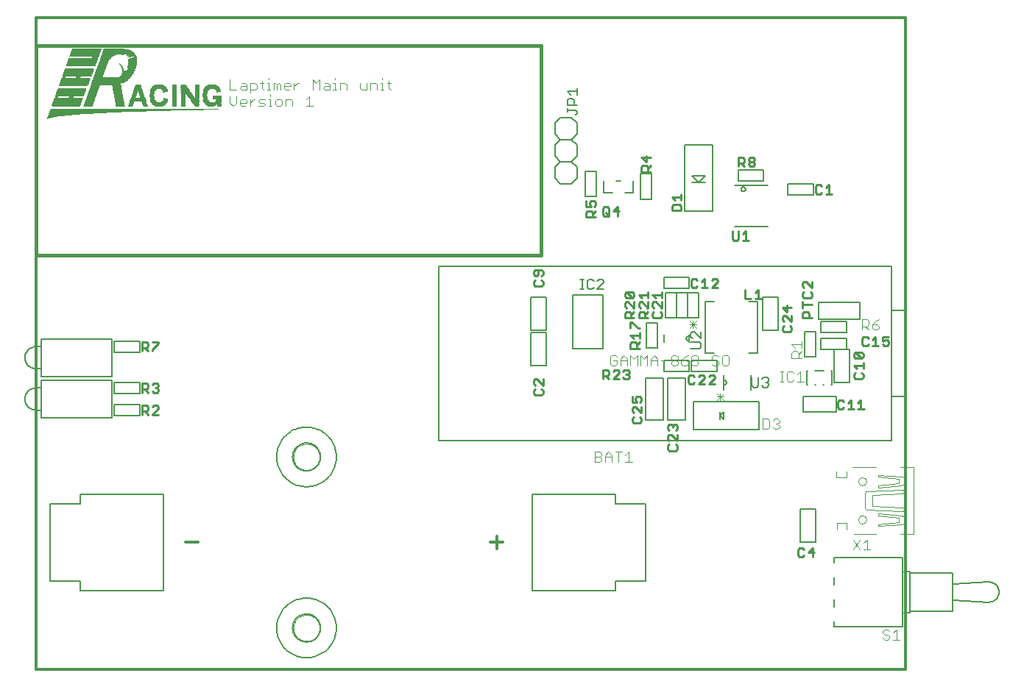
<source format=gto>
G75*
G70*
%OFA0B0*%
%FSLAX24Y24*%
%IPPOS*%
%LPD*%
%AMOC8*
5,1,8,0,0,1.08239X$1,22.5*
%
%ADD10C,0.0120*%
%ADD11R,0.0020X0.0010*%
%ADD12R,0.0040X0.0010*%
%ADD13R,0.0060X0.0010*%
%ADD14R,0.0100X0.0010*%
%ADD15R,0.0130X0.0010*%
%ADD16R,0.0170X0.0010*%
%ADD17R,0.0210X0.0010*%
%ADD18R,0.0270X0.0010*%
%ADD19R,0.0310X0.0010*%
%ADD20R,0.0380X0.0010*%
%ADD21R,0.0430X0.0010*%
%ADD22R,0.0510X0.0010*%
%ADD23R,0.0580X0.0010*%
%ADD24R,0.0660X0.0010*%
%ADD25R,0.0750X0.0010*%
%ADD26R,0.0850X0.0010*%
%ADD27R,0.0940X0.0010*%
%ADD28R,0.1050X0.0010*%
%ADD29R,0.1170X0.0010*%
%ADD30R,0.1280X0.0010*%
%ADD31R,0.1420X0.0010*%
%ADD32R,0.1550X0.0010*%
%ADD33R,0.1700X0.0010*%
%ADD34R,0.1860X0.0010*%
%ADD35R,0.2020X0.0010*%
%ADD36R,0.2190X0.0010*%
%ADD37R,0.2380X0.0010*%
%ADD38R,0.2580X0.0010*%
%ADD39R,0.2790X0.0010*%
%ADD40R,0.3020X0.0010*%
%ADD41R,0.3250X0.0010*%
%ADD42R,0.3500X0.0010*%
%ADD43R,0.3780X0.0010*%
%ADD44R,0.4060X0.0010*%
%ADD45R,0.4370X0.0010*%
%ADD46R,0.4700X0.0010*%
%ADD47R,0.5070X0.0010*%
%ADD48R,0.5460X0.0010*%
%ADD49R,0.5890X0.0010*%
%ADD50R,0.6380X0.0010*%
%ADD51R,0.6940X0.0010*%
%ADD52R,0.7620X0.0010*%
%ADD53R,0.0200X0.0010*%
%ADD54R,0.0180X0.0010*%
%ADD55R,0.0410X0.0010*%
%ADD56R,0.0400X0.0010*%
%ADD57R,0.0190X0.0010*%
%ADD58R,0.0280X0.0010*%
%ADD59R,0.0250X0.0010*%
%ADD60R,0.0160X0.0010*%
%ADD61R,0.1290X0.0010*%
%ADD62R,0.0420X0.0010*%
%ADD63R,0.0220X0.0010*%
%ADD64R,0.0340X0.0010*%
%ADD65R,0.0300X0.0010*%
%ADD66R,0.0390X0.0010*%
%ADD67R,0.1300X0.0010*%
%ADD68R,0.0470X0.0010*%
%ADD69R,0.0230X0.0010*%
%ADD70R,0.0490X0.0010*%
%ADD71R,0.0240X0.0010*%
%ADD72R,0.0530X0.0010*%
%ADD73R,0.0460X0.0010*%
%ADD74R,0.0550X0.0010*%
%ADD75R,0.0480X0.0010*%
%ADD76R,0.0570X0.0010*%
%ADD77R,0.0260X0.0010*%
%ADD78R,0.0500X0.0010*%
%ADD79R,0.0590X0.0010*%
%ADD80R,0.0520X0.0010*%
%ADD81R,0.0610X0.0010*%
%ADD82R,0.0540X0.0010*%
%ADD83R,0.0630X0.0010*%
%ADD84R,0.0650X0.0010*%
%ADD85R,0.0290X0.0010*%
%ADD86R,0.0760X0.0010*%
%ADD87R,0.0680X0.0010*%
%ADD88R,0.0700X0.0010*%
%ADD89R,0.0770X0.0010*%
%ADD90R,0.0320X0.0010*%
%ADD91R,0.0370X0.0010*%
%ADD92R,0.0330X0.0010*%
%ADD93R,0.0350X0.0010*%
%ADD94R,0.0740X0.0010*%
%ADD95R,0.0730X0.0010*%
%ADD96R,0.0360X0.0010*%
%ADD97R,0.0720X0.0010*%
%ADD98R,0.0710X0.0010*%
%ADD99R,0.0690X0.0010*%
%ADD100R,0.0670X0.0010*%
%ADD101R,0.0150X0.0010*%
%ADD102R,0.0110X0.0010*%
%ADD103R,0.0640X0.0010*%
%ADD104R,0.0050X0.0010*%
%ADD105R,0.0440X0.0010*%
%ADD106R,0.0010X0.0010*%
%ADD107R,0.0450X0.0010*%
%ADD108R,0.0030X0.0010*%
%ADD109R,0.0070X0.0010*%
%ADD110R,0.0120X0.0010*%
%ADD111R,0.0620X0.0010*%
%ADD112R,0.1350X0.0010*%
%ADD113R,0.1340X0.0010*%
%ADD114R,0.1330X0.0010*%
%ADD115R,0.1310X0.0010*%
%ADD116R,0.1320X0.0010*%
%ADD117R,0.1360X0.0010*%
%ADD118R,0.1400X0.0010*%
%ADD119R,0.1440X0.0010*%
%ADD120R,0.1450X0.0010*%
%ADD121R,0.1470X0.0010*%
%ADD122R,0.1480X0.0010*%
%ADD123R,0.1500X0.0010*%
%ADD124R,0.1520X0.0010*%
%ADD125R,0.1540X0.0010*%
%ADD126R,0.1560X0.0010*%
%ADD127R,0.1570X0.0010*%
%ADD128R,0.1580X0.0010*%
%ADD129R,0.1600X0.0010*%
%ADD130R,0.1610X0.0010*%
%ADD131R,0.1620X0.0010*%
%ADD132R,0.1630X0.0010*%
%ADD133R,0.1640X0.0010*%
%ADD134R,0.1650X0.0010*%
%ADD135R,0.1660X0.0010*%
%ADD136R,0.0080X0.0010*%
%ADD137R,0.0090X0.0010*%
%ADD138R,0.0600X0.0010*%
%ADD139R,0.1080X0.0010*%
%ADD140R,0.1120X0.0010*%
%ADD141R,0.1460X0.0010*%
%ADD142R,0.1430X0.0010*%
%ADD143R,0.1390X0.0010*%
%ADD144R,0.1380X0.0010*%
%ADD145R,0.1270X0.0010*%
%ADD146R,0.1240X0.0010*%
%ADD147R,0.1210X0.0010*%
%ADD148R,0.1180X0.0010*%
%ADD149R,0.1150X0.0010*%
%ADD150R,0.1110X0.0010*%
%ADD151R,0.1060X0.0010*%
%ADD152R,0.1010X0.0010*%
%ADD153R,0.0910X0.0010*%
%ADD154C,0.0040*%
%ADD155C,0.0160*%
%ADD156C,0.0000*%
%ADD157C,0.0060*%
%ADD158C,0.0080*%
%ADD159C,0.0090*%
%ADD160C,0.0050*%
%ADD161C,0.0030*%
D10*
X000624Y000160D02*
X000624Y029688D01*
X039994Y029688D01*
X039994Y000160D01*
X000624Y000160D01*
X007388Y005910D02*
X007975Y005910D01*
X021188Y005910D02*
X021775Y005910D01*
X021482Y005617D02*
X021482Y006204D01*
D11*
X001149Y025100D03*
X004429Y027580D03*
D12*
X004439Y027560D03*
X004549Y027320D03*
X004549Y027310D03*
X006409Y026290D03*
X001159Y025110D03*
D13*
X001179Y025120D03*
X004559Y027280D03*
X004569Y027270D03*
X004549Y027330D03*
X004549Y027340D03*
X004549Y027350D03*
X004449Y027540D03*
D14*
X004569Y028000D03*
X006439Y026310D03*
X001199Y025130D03*
D15*
X001214Y025140D03*
D16*
X001244Y025150D03*
D17*
X001264Y025160D03*
X005244Y026630D03*
X005354Y026330D03*
X005364Y026300D03*
X005374Y026270D03*
X005384Y026250D03*
X005384Y026240D03*
X005394Y026220D03*
X005394Y026210D03*
X005404Y026190D03*
X005404Y026180D03*
X005414Y026160D03*
X005414Y026150D03*
X005424Y026130D03*
X005424Y026120D03*
X005434Y026100D03*
X005434Y026090D03*
X005444Y026080D03*
X005444Y026070D03*
X005444Y026060D03*
X005454Y026050D03*
X005454Y026040D03*
X005514Y025860D03*
X005524Y025830D03*
X005534Y025800D03*
X005544Y025770D03*
X005584Y025660D03*
X005874Y026090D03*
X005874Y026100D03*
X005874Y026110D03*
X005874Y026120D03*
X005874Y026170D03*
X005874Y026180D03*
X005874Y026190D03*
X005874Y026200D03*
X007294Y026200D03*
X007294Y026210D03*
X007294Y026220D03*
X007294Y026230D03*
X007294Y026240D03*
X007294Y026250D03*
X007294Y026260D03*
X007294Y026190D03*
X007294Y026180D03*
X007294Y026170D03*
X007294Y026160D03*
X007294Y026150D03*
X007294Y026140D03*
X007294Y026130D03*
X007294Y026120D03*
X007294Y026110D03*
X007294Y026100D03*
X007294Y026090D03*
X007294Y026080D03*
X007294Y026070D03*
X007294Y026060D03*
X007294Y026050D03*
X007294Y026040D03*
X007294Y026030D03*
X007294Y026020D03*
X007294Y026010D03*
X007294Y026000D03*
X007294Y025990D03*
X007294Y025980D03*
X007294Y025970D03*
X007294Y025960D03*
X007294Y025950D03*
X007294Y025940D03*
X007294Y025930D03*
X007294Y025920D03*
X007294Y025910D03*
X007294Y025900D03*
X007294Y025890D03*
X007294Y025880D03*
X007294Y025870D03*
X007294Y025860D03*
X007294Y025850D03*
X007294Y025840D03*
X007294Y025830D03*
X007294Y025820D03*
X007294Y025810D03*
X007294Y025800D03*
X007294Y025790D03*
X007294Y025780D03*
X007294Y025770D03*
X007294Y025760D03*
X007294Y025750D03*
X007294Y025740D03*
X007294Y025730D03*
X007294Y025720D03*
X007294Y025710D03*
X007294Y025700D03*
X007294Y025690D03*
X007294Y025680D03*
X007294Y025670D03*
X007914Y025670D03*
X007914Y026040D03*
X007914Y026050D03*
X007914Y026060D03*
X007914Y026070D03*
X007914Y026080D03*
X007914Y026090D03*
X007914Y026100D03*
X007914Y026110D03*
X007914Y026120D03*
X007914Y026130D03*
X007914Y026140D03*
X007914Y026150D03*
X007914Y026160D03*
X007914Y026170D03*
X007914Y026180D03*
X007914Y026190D03*
X007914Y026200D03*
X007914Y026210D03*
X007914Y026220D03*
X007914Y026230D03*
X007914Y026240D03*
X007914Y026250D03*
X007914Y026260D03*
X007914Y026270D03*
X007914Y026280D03*
X007914Y026290D03*
X007914Y026300D03*
X007914Y026310D03*
X007914Y026320D03*
X007914Y026330D03*
X007914Y026340D03*
X007914Y026350D03*
X007914Y026360D03*
X007914Y026370D03*
X007914Y026380D03*
X007914Y026390D03*
X007914Y026400D03*
X007914Y026410D03*
X007914Y026420D03*
X007914Y026430D03*
X007914Y026440D03*
X007914Y026450D03*
X007914Y026460D03*
X007914Y026470D03*
X007914Y026480D03*
X007914Y026490D03*
X007914Y026500D03*
X007914Y026510D03*
X007914Y026520D03*
X007914Y026530D03*
X007914Y026540D03*
X007914Y026550D03*
X007914Y026560D03*
X007914Y026570D03*
X007914Y026580D03*
X007914Y026590D03*
X007914Y026600D03*
X007914Y026610D03*
X007914Y026620D03*
X007304Y026630D03*
X008274Y026210D03*
X008274Y026200D03*
X008274Y026100D03*
X008914Y025980D03*
X008914Y025970D03*
X005074Y027850D03*
D18*
X003314Y027900D03*
X003294Y027850D03*
X003284Y027820D03*
X005244Y026540D03*
X005964Y026440D03*
X005974Y026450D03*
X006424Y026450D03*
X006434Y026440D03*
X005974Y025840D03*
X007324Y026550D03*
X007324Y026560D03*
X007884Y025760D03*
X007884Y025750D03*
X008354Y025860D03*
X008364Y025850D03*
X008884Y025870D03*
X008824Y026450D03*
X008364Y026440D03*
X001294Y025170D03*
D19*
X001324Y025180D03*
X005244Y026480D03*
X005244Y026490D03*
X006394Y025820D03*
X007344Y026490D03*
X007344Y026500D03*
X007864Y025820D03*
X007864Y025810D03*
X008394Y026460D03*
X008864Y025840D03*
X005034Y027820D03*
D20*
X004939Y027980D03*
X004939Y027990D03*
X004969Y027460D03*
X004969Y027450D03*
X004969Y027440D03*
X004899Y027260D03*
X005249Y026390D03*
X005249Y026380D03*
X003559Y027320D03*
X003549Y027300D03*
X003549Y027290D03*
X003539Y027270D03*
X003539Y027260D03*
X003529Y027250D03*
X003529Y027240D03*
X003519Y027220D03*
X003519Y027210D03*
X003509Y027190D03*
X003509Y027180D03*
X003499Y027160D03*
X003499Y027150D03*
X003489Y027140D03*
X003489Y027130D03*
X003489Y027120D03*
X003479Y027110D03*
X003479Y027100D03*
X003469Y027080D03*
X003469Y027070D03*
X003459Y027050D03*
X003459Y027040D03*
X003449Y027030D03*
X003449Y027020D03*
X003449Y027010D03*
X003439Y027000D03*
X003439Y026990D03*
X003569Y027350D03*
X003579Y027370D03*
X003589Y027400D03*
X001359Y025190D03*
X007379Y026390D03*
X007829Y025920D03*
X008569Y025690D03*
X008829Y025990D03*
X008829Y026000D03*
X008829Y026010D03*
X008829Y026020D03*
X008829Y026030D03*
X008829Y026040D03*
X008829Y026050D03*
X008829Y026060D03*
X008829Y026070D03*
X008829Y026080D03*
X008829Y026090D03*
X008829Y026100D03*
X008829Y026110D03*
X008829Y026120D03*
X008829Y026130D03*
X008829Y026140D03*
D21*
X008564Y025710D03*
X007804Y025990D03*
X007804Y026000D03*
X007404Y026310D03*
X006204Y026600D03*
X006204Y025690D03*
X008604Y026600D03*
X003754Y027790D03*
X003744Y027770D03*
X003734Y027750D03*
X003454Y026980D03*
X001394Y025200D03*
D22*
X001434Y025210D03*
X004664Y026990D03*
X004784Y027160D03*
X004784Y027170D03*
X003834Y027910D03*
X008604Y026570D03*
D23*
X004609Y026960D03*
X001469Y025220D03*
D24*
X001519Y025230D03*
X005249Y025990D03*
X006199Y025790D03*
X006199Y026500D03*
X003939Y028000D03*
X008599Y026500D03*
D25*
X008644Y025780D03*
X001564Y025240D03*
D26*
X001614Y025250D03*
X003664Y026960D03*
D27*
X001669Y025260D03*
D28*
X001724Y025270D03*
D29*
X001784Y025280D03*
D30*
X001849Y025290D03*
X004309Y028160D03*
D31*
X004349Y028080D03*
X001919Y025300D03*
D32*
X001994Y025310D03*
X003954Y026810D03*
D33*
X002069Y025320D03*
D34*
X002149Y025330D03*
D35*
X002239Y025340D03*
D36*
X002324Y025350D03*
D37*
X002419Y025360D03*
D38*
X002529Y025370D03*
D39*
X002634Y025380D03*
D40*
X002749Y025390D03*
D41*
X002874Y025400D03*
D42*
X002999Y025410D03*
D43*
X003139Y025420D03*
D44*
X003289Y025430D03*
D45*
X003444Y025440D03*
D46*
X003619Y025450D03*
D47*
X003804Y025460D03*
D48*
X003999Y025470D03*
D49*
X004224Y025480D03*
D50*
X004469Y025490D03*
D51*
X004749Y025500D03*
D52*
X005099Y025510D03*
D53*
X004909Y025680D03*
X004909Y025690D03*
X004919Y025700D03*
X004919Y025710D03*
X004919Y025720D03*
X004929Y025730D03*
X004929Y025740D03*
X004929Y025750D03*
X004939Y025760D03*
X004939Y025770D03*
X004939Y025780D03*
X004949Y025790D03*
X004949Y025800D03*
X004949Y025810D03*
X004959Y025820D03*
X004959Y025830D03*
X004969Y025850D03*
X004969Y025860D03*
X005039Y026060D03*
X005049Y026080D03*
X005049Y026090D03*
X005059Y026110D03*
X005059Y026120D03*
X005069Y026140D03*
X005069Y026150D03*
X005079Y026170D03*
X005089Y026200D03*
X005099Y026230D03*
X005109Y026260D03*
X005119Y026290D03*
X005129Y026320D03*
X005139Y026340D03*
X005349Y026340D03*
X005349Y026350D03*
X005359Y026320D03*
X005359Y026310D03*
X005369Y026290D03*
X005369Y026280D03*
X005379Y026260D03*
X005389Y026230D03*
X005399Y026200D03*
X005409Y026170D03*
X005419Y026140D03*
X005429Y026110D03*
X006209Y025650D03*
X006499Y025980D03*
X006879Y025660D03*
X006879Y026630D03*
X006209Y026640D03*
X004919Y027920D03*
X008609Y026640D03*
X008879Y026330D03*
D54*
X008929Y025770D03*
X008929Y025760D03*
X008929Y025750D03*
X008929Y025740D03*
X008929Y025730D03*
X008929Y025720D03*
X008929Y025710D03*
X008929Y025700D03*
X008929Y025690D03*
X008929Y025680D03*
X008929Y025670D03*
X008579Y025650D03*
X006469Y026330D03*
X005089Y027860D03*
X002549Y027000D03*
X002199Y026040D03*
D55*
X003014Y025770D03*
X003004Y025740D03*
X002994Y025710D03*
X002984Y025690D03*
X002974Y025660D03*
X003024Y025800D03*
X003034Y025820D03*
X003044Y025850D03*
X003054Y025880D03*
X003064Y025910D03*
X003084Y025960D03*
X003094Y025990D03*
X003104Y026020D03*
X003124Y026070D03*
X003134Y026100D03*
X003144Y026130D03*
X003164Y026180D03*
X003174Y026210D03*
X003184Y026240D03*
X003204Y026290D03*
X003214Y026320D03*
X003224Y026350D03*
X003254Y026430D03*
X003264Y026460D03*
X003294Y026540D03*
X003304Y026570D03*
X004274Y026590D03*
X004274Y026600D03*
X004284Y026540D03*
X004284Y026530D03*
X004294Y026490D03*
X004294Y026480D03*
X004304Y026440D03*
X004304Y026430D03*
X004304Y026420D03*
X004314Y026380D03*
X004314Y026370D03*
X004324Y026330D03*
X004324Y026320D03*
X004334Y026280D03*
X004334Y026270D03*
X004334Y026260D03*
X004344Y026220D03*
X004344Y026210D03*
X004354Y026170D03*
X004354Y026160D03*
X004354Y026150D03*
X004364Y026120D03*
X004364Y026110D03*
X004364Y026100D03*
X004374Y026060D03*
X004374Y026050D03*
X004384Y026010D03*
X004384Y026000D03*
X004384Y025990D03*
X004394Y025950D03*
X004394Y025940D03*
X004404Y025900D03*
X004404Y025890D03*
X004404Y025880D03*
X004414Y025850D03*
X004414Y025840D03*
X004414Y025830D03*
X004424Y025790D03*
X004424Y025780D03*
X004434Y025740D03*
X004434Y025730D03*
X004434Y025720D03*
X004444Y025690D03*
X004444Y025680D03*
X004444Y025670D03*
X004994Y027630D03*
X004994Y027640D03*
X004994Y027650D03*
X004994Y027660D03*
X004994Y027670D03*
X004994Y027680D03*
X004994Y027690D03*
X004994Y027700D03*
X004994Y027710D03*
X004994Y027720D03*
X004994Y027730D03*
X004994Y027740D03*
X004994Y027750D03*
X004994Y027760D03*
X004984Y027780D03*
X003714Y027710D03*
X003704Y027690D03*
X003704Y027680D03*
X003694Y027670D03*
X003694Y027660D03*
X003684Y027640D03*
X007394Y026350D03*
X007394Y026340D03*
X007814Y025970D03*
X007814Y025960D03*
X008564Y025700D03*
D56*
X007819Y025950D03*
X007389Y026360D03*
X005249Y026360D03*
X004349Y026200D03*
X004349Y026190D03*
X004349Y026180D03*
X004359Y026140D03*
X004359Y026130D03*
X004369Y026090D03*
X004369Y026080D03*
X004369Y026070D03*
X004379Y026040D03*
X004379Y026030D03*
X004379Y026020D03*
X004389Y025980D03*
X004389Y025970D03*
X004389Y025960D03*
X004399Y025930D03*
X004399Y025920D03*
X004399Y025910D03*
X004409Y025870D03*
X004409Y025860D03*
X004419Y025820D03*
X004419Y025810D03*
X004419Y025800D03*
X004429Y025770D03*
X004429Y025760D03*
X004429Y025750D03*
X004439Y025710D03*
X004439Y025700D03*
X004449Y025660D03*
X004339Y026230D03*
X004339Y026240D03*
X004339Y026250D03*
X004329Y026290D03*
X004329Y026300D03*
X004329Y026310D03*
X004319Y026340D03*
X004319Y026350D03*
X004319Y026360D03*
X004309Y026390D03*
X004309Y026400D03*
X004309Y026410D03*
X004299Y026450D03*
X004299Y026460D03*
X004299Y026470D03*
X004289Y026500D03*
X004289Y026510D03*
X004289Y026520D03*
X004279Y026550D03*
X004279Y026560D03*
X004279Y026570D03*
X004279Y026580D03*
X004269Y026610D03*
X004269Y026620D03*
X003629Y027500D03*
X003639Y027530D03*
X003649Y027550D03*
X003649Y027560D03*
X003659Y027570D03*
X003659Y027580D03*
X003669Y027590D03*
X003669Y027600D03*
X003669Y027610D03*
X003679Y027620D03*
X003679Y027630D03*
X003689Y027650D03*
X004939Y027970D03*
X004989Y027620D03*
X004989Y027610D03*
X004989Y027600D03*
X004989Y027590D03*
X004989Y027580D03*
X004989Y027570D03*
X004989Y027560D03*
X004979Y027510D03*
D57*
X004564Y028010D03*
X005144Y026350D03*
X005134Y026330D03*
X005124Y026310D03*
X005124Y026300D03*
X005114Y026280D03*
X005114Y026270D03*
X005104Y026250D03*
X005104Y026240D03*
X005094Y026220D03*
X005094Y026210D03*
X005084Y026190D03*
X005084Y026180D03*
X005074Y026160D03*
X005064Y026130D03*
X005054Y026100D03*
X005044Y026070D03*
X005034Y026050D03*
X005034Y026040D03*
X004974Y025870D03*
X004964Y025840D03*
X004904Y025670D03*
X004904Y025660D03*
X007294Y025660D03*
X007914Y025660D03*
X007914Y026630D03*
X002544Y026980D03*
X002544Y026990D03*
X002534Y026970D03*
X002534Y026960D03*
X002534Y026950D03*
X002524Y026940D03*
X002524Y026930D03*
X002524Y026920D03*
X002224Y026100D03*
X002214Y026090D03*
X002214Y026080D03*
X002214Y026070D03*
X002204Y026060D03*
X002204Y026050D03*
X002194Y026030D03*
X002194Y026020D03*
D58*
X003289Y027830D03*
X003289Y027840D03*
X003299Y027860D03*
X003299Y027870D03*
X003309Y027880D03*
X003309Y027890D03*
X004979Y027940D03*
X005049Y027830D03*
X006209Y026630D03*
X005249Y026530D03*
X005249Y026520D03*
X006209Y025660D03*
X006419Y025830D03*
X007329Y026540D03*
X007879Y025770D03*
X008379Y026450D03*
X008609Y026630D03*
X008809Y026460D03*
X008879Y025860D03*
D59*
X008894Y025890D03*
X008574Y025660D03*
X008344Y025870D03*
X008334Y025880D03*
X008334Y025890D03*
X008324Y025900D03*
X007894Y025730D03*
X007664Y026060D03*
X007644Y026090D03*
X007624Y026120D03*
X007604Y026150D03*
X007584Y026180D03*
X007564Y026210D03*
X007544Y026240D03*
X008344Y026420D03*
X008354Y026430D03*
X008834Y026440D03*
X008844Y026430D03*
X007314Y026580D03*
X007314Y026590D03*
X006454Y026420D03*
X006444Y026430D03*
X005954Y026430D03*
X005944Y026420D03*
X005944Y025870D03*
X006444Y025850D03*
X005244Y026570D03*
D60*
X001899Y027000D03*
X001889Y026970D03*
X001879Y026950D03*
X001879Y026940D03*
X001869Y026920D03*
X001559Y026060D03*
X008929Y025660D03*
D61*
X002274Y026450D03*
X002234Y026340D03*
X002194Y026230D03*
X002184Y026200D03*
X002154Y026120D03*
X002114Y026010D03*
X002104Y025980D03*
X002094Y025950D03*
X002074Y025900D03*
X002064Y025870D03*
X002054Y025840D03*
X002034Y025790D03*
X002024Y025760D03*
X002014Y025730D03*
X002004Y025700D03*
X001994Y025680D03*
X001994Y025670D03*
D62*
X002979Y025670D03*
X002979Y025680D03*
X002989Y025700D03*
X002999Y025720D03*
X002999Y025730D03*
X003009Y025750D03*
X003009Y025760D03*
X003019Y025780D03*
X003019Y025790D03*
X003029Y025810D03*
X003039Y025830D03*
X003039Y025840D03*
X003049Y025860D03*
X003049Y025870D03*
X003059Y025890D03*
X003059Y025900D03*
X003069Y025920D03*
X003069Y025930D03*
X003079Y025940D03*
X003079Y025950D03*
X003089Y025970D03*
X003089Y025980D03*
X003099Y026000D03*
X003099Y026010D03*
X003109Y026030D03*
X003109Y026040D03*
X003119Y026050D03*
X003119Y026060D03*
X003129Y026080D03*
X003129Y026090D03*
X003139Y026110D03*
X003139Y026120D03*
X003149Y026140D03*
X003149Y026150D03*
X003159Y026160D03*
X003159Y026170D03*
X003169Y026190D03*
X003169Y026200D03*
X003179Y026220D03*
X003179Y026230D03*
X003189Y026250D03*
X003189Y026260D03*
X003199Y026270D03*
X003199Y026280D03*
X003209Y026300D03*
X003209Y026310D03*
X003219Y026330D03*
X003219Y026340D03*
X003229Y026360D03*
X003229Y026370D03*
X003239Y026380D03*
X003239Y026390D03*
X003239Y026400D03*
X003249Y026410D03*
X003249Y026420D03*
X003259Y026440D03*
X003259Y026450D03*
X003269Y026470D03*
X003269Y026480D03*
X003279Y026490D03*
X003279Y026500D03*
X003279Y026510D03*
X003289Y026520D03*
X003289Y026530D03*
X003299Y026550D03*
X003299Y026560D03*
X003309Y026580D03*
X003309Y026590D03*
X003319Y026600D03*
X003319Y026610D03*
X003319Y026620D03*
X003709Y027700D03*
X003719Y027720D03*
X003729Y027730D03*
X003729Y027740D03*
X003739Y027760D03*
X004989Y027770D03*
X007399Y026330D03*
X007399Y026320D03*
X007809Y025980D03*
D63*
X007909Y025690D03*
X007909Y025680D03*
X008299Y025960D03*
X008289Y025990D03*
X008289Y026000D03*
X008289Y026010D03*
X008279Y026030D03*
X008279Y026040D03*
X008279Y026050D03*
X008279Y026060D03*
X008279Y026070D03*
X008279Y026080D03*
X008279Y026090D03*
X008269Y026110D03*
X008269Y026120D03*
X008269Y026130D03*
X008269Y026140D03*
X008269Y026150D03*
X008269Y026160D03*
X008269Y026170D03*
X008269Y026180D03*
X008269Y026190D03*
X008279Y026220D03*
X008279Y026230D03*
X008279Y026240D03*
X008279Y026250D03*
X008279Y026260D03*
X008279Y026270D03*
X008289Y026280D03*
X008289Y026290D03*
X008289Y026300D03*
X008289Y026310D03*
X008299Y026330D03*
X008879Y026360D03*
X008879Y026370D03*
X008889Y026350D03*
X008889Y026340D03*
X008909Y025960D03*
X008909Y025950D03*
X008909Y025940D03*
X006879Y025940D03*
X006879Y025950D03*
X006879Y025960D03*
X006879Y025970D03*
X006879Y025980D03*
X006879Y025990D03*
X006879Y026000D03*
X006879Y026010D03*
X006879Y026020D03*
X006879Y026030D03*
X006879Y026040D03*
X006879Y026050D03*
X006879Y026060D03*
X006879Y026070D03*
X006879Y026080D03*
X006879Y026090D03*
X006879Y026100D03*
X006879Y026110D03*
X006879Y026120D03*
X006879Y026130D03*
X006879Y026140D03*
X006879Y026150D03*
X006879Y026160D03*
X006879Y026170D03*
X006879Y026180D03*
X006879Y026190D03*
X006879Y026200D03*
X006879Y026210D03*
X006879Y026220D03*
X006879Y026230D03*
X006879Y026240D03*
X006879Y026250D03*
X006879Y026260D03*
X006879Y026270D03*
X006879Y026280D03*
X006879Y026290D03*
X006879Y026300D03*
X006879Y026310D03*
X006879Y026320D03*
X006879Y026330D03*
X006879Y026340D03*
X006879Y026350D03*
X006879Y026360D03*
X006879Y026370D03*
X006879Y026380D03*
X006879Y026390D03*
X006879Y026400D03*
X006879Y026410D03*
X006879Y026420D03*
X006879Y026430D03*
X006879Y026440D03*
X006879Y026450D03*
X006879Y026460D03*
X006879Y026470D03*
X006879Y026480D03*
X006879Y026490D03*
X006879Y026500D03*
X006879Y026510D03*
X006879Y026520D03*
X006879Y026530D03*
X006879Y026540D03*
X006879Y026550D03*
X006879Y026560D03*
X006879Y026570D03*
X006879Y026580D03*
X006879Y026590D03*
X006879Y026600D03*
X006879Y026610D03*
X006879Y026620D03*
X006489Y026340D03*
X006499Y025970D03*
X006499Y025960D03*
X006499Y025950D03*
X006489Y025940D03*
X006489Y025930D03*
X006479Y025910D03*
X006879Y025910D03*
X006879Y025920D03*
X006879Y025930D03*
X006879Y025900D03*
X006879Y025890D03*
X006879Y025880D03*
X006879Y025870D03*
X006879Y025860D03*
X006879Y025850D03*
X006879Y025840D03*
X006879Y025830D03*
X006879Y025820D03*
X006879Y025810D03*
X006879Y025800D03*
X006879Y025790D03*
X006879Y025780D03*
X006879Y025770D03*
X006879Y025760D03*
X006879Y025750D03*
X006879Y025740D03*
X006879Y025730D03*
X006879Y025720D03*
X006879Y025710D03*
X006879Y025700D03*
X006879Y025690D03*
X006879Y025680D03*
X006879Y025670D03*
X005899Y025960D03*
X005889Y025990D03*
X005889Y026000D03*
X005889Y026010D03*
X005879Y026020D03*
X005879Y026030D03*
X005879Y026040D03*
X005879Y026050D03*
X005879Y026060D03*
X005879Y026070D03*
X005879Y026080D03*
X005869Y026130D03*
X005869Y026140D03*
X005869Y026150D03*
X005869Y026160D03*
X005879Y026210D03*
X005879Y026220D03*
X005879Y026230D03*
X005879Y026240D03*
X005879Y026250D03*
X005879Y026260D03*
X005879Y026270D03*
X005889Y026280D03*
X005889Y026290D03*
X005889Y026300D03*
X005889Y026310D03*
X005899Y026320D03*
X005899Y026330D03*
X005509Y025870D03*
X005519Y025850D03*
X005519Y025840D03*
X005529Y025820D03*
X005529Y025810D03*
X005539Y025790D03*
X005539Y025780D03*
X005549Y025760D03*
X005549Y025750D03*
X005559Y025740D03*
X005559Y025730D03*
X005559Y025720D03*
X005569Y025710D03*
X005569Y025700D03*
X005569Y025690D03*
X005579Y025680D03*
X005579Y025670D03*
X005249Y026610D03*
X005249Y026620D03*
D64*
X005249Y026450D03*
X005249Y026440D03*
X006209Y026620D03*
X006209Y025670D03*
X007359Y026450D03*
X007849Y025860D03*
X008409Y025820D03*
X008569Y025680D03*
X008609Y026620D03*
X004929Y028030D03*
D65*
X005249Y026500D03*
X005989Y026460D03*
X007339Y026510D03*
X007869Y025800D03*
X008389Y025830D03*
X008569Y025670D03*
D66*
X007824Y025930D03*
X007824Y025940D03*
X007384Y026370D03*
X007384Y026380D03*
X006204Y026610D03*
X005244Y026370D03*
X006204Y025680D03*
X003554Y027310D03*
X003564Y027330D03*
X003564Y027340D03*
X003574Y027360D03*
X003584Y027380D03*
X003584Y027390D03*
X003594Y027410D03*
X003594Y027420D03*
X003604Y027430D03*
X003604Y027440D03*
X003604Y027450D03*
X003614Y027460D03*
X003614Y027470D03*
X003624Y027480D03*
X003624Y027490D03*
X003634Y027510D03*
X003634Y027520D03*
X003644Y027540D03*
X003544Y027280D03*
X003524Y027230D03*
X003514Y027200D03*
X003504Y027170D03*
X003474Y027090D03*
X003464Y027060D03*
X004974Y027470D03*
X004974Y027480D03*
X004974Y027490D03*
X004974Y027500D03*
X004984Y027520D03*
X004984Y027530D03*
X004984Y027540D03*
X004984Y027550D03*
X004994Y027790D03*
X004944Y027960D03*
X008604Y026610D03*
D67*
X004319Y028150D03*
X002919Y028230D03*
X002899Y028180D03*
X002889Y028150D03*
X002879Y028120D03*
X002859Y028070D03*
X002849Y028040D03*
X002839Y028010D03*
X002829Y027980D03*
X002819Y027960D03*
X002809Y027930D03*
X002759Y027790D03*
X002749Y027760D03*
X002739Y027740D03*
X002739Y027730D03*
X002729Y027710D03*
X002719Y027680D03*
X002709Y027650D03*
X002699Y027630D03*
X002699Y027620D03*
X002689Y027600D03*
X002689Y027590D03*
X002679Y027570D03*
X002669Y027540D03*
X002659Y027520D03*
X002659Y027510D03*
X002649Y027490D03*
X002649Y027480D03*
X002599Y027350D03*
X002599Y027340D03*
X002589Y027320D03*
X002579Y027300D03*
X002579Y027290D03*
X002569Y027270D03*
X002569Y027260D03*
X002559Y027240D03*
X002559Y027230D03*
X002549Y027210D03*
X002539Y027190D03*
X002539Y027180D03*
X002529Y027160D03*
X002529Y027150D03*
X002519Y027130D03*
X002519Y027120D03*
X002509Y027100D03*
X002509Y027090D03*
X002499Y027080D03*
X002499Y027070D03*
X002489Y027050D03*
X002489Y027040D03*
X002479Y027020D03*
X002479Y027010D03*
X002439Y026910D03*
X002439Y026900D03*
X002429Y026880D03*
X002429Y026870D03*
X002419Y026860D03*
X002419Y026850D03*
X002419Y026840D03*
X002409Y026830D03*
X002409Y026820D03*
X002399Y026800D03*
X002399Y026790D03*
X002389Y026770D03*
X002389Y026760D03*
X002379Y026750D03*
X002379Y026740D03*
X002379Y026730D03*
X002369Y026720D03*
X002369Y026710D03*
X002359Y026690D03*
X002359Y026680D03*
X002349Y026660D03*
X002349Y026650D03*
X002339Y026640D03*
X002339Y026630D03*
X002339Y026620D03*
X002329Y026610D03*
X002329Y026600D03*
X002329Y026590D03*
X002319Y026580D03*
X002269Y026440D03*
X002269Y026430D03*
X002259Y026420D03*
X002259Y026410D03*
X002259Y026400D03*
X002249Y026390D03*
X002249Y026380D03*
X002249Y026370D03*
X002239Y026360D03*
X002239Y026350D03*
X002229Y026330D03*
X002229Y026320D03*
X002219Y026310D03*
X002219Y026300D03*
X002219Y026290D03*
X002209Y026280D03*
X002209Y026270D03*
X002209Y026260D03*
X002199Y026250D03*
X002199Y026240D03*
X002189Y026220D03*
X002189Y026210D03*
X002179Y026190D03*
X002179Y026180D03*
X002169Y026170D03*
X002169Y026160D03*
X002169Y026150D03*
X002159Y026140D03*
X002159Y026130D03*
X002149Y026110D03*
X002109Y026000D03*
X002109Y025990D03*
X002099Y025970D03*
X002099Y025960D03*
X002089Y025940D03*
X002089Y025930D03*
X002079Y025920D03*
X002079Y025910D03*
X002069Y025890D03*
X002069Y025880D03*
X002059Y025860D03*
X002059Y025850D03*
X002049Y025830D03*
X002049Y025820D03*
X002039Y025810D03*
X002039Y025800D03*
X002029Y025780D03*
X002029Y025770D03*
X002019Y025750D03*
X002019Y025740D03*
X002009Y025720D03*
X002009Y025710D03*
X001999Y025690D03*
D68*
X003794Y027860D03*
X003804Y027870D03*
X006204Y025700D03*
D69*
X006464Y025880D03*
X006474Y025900D03*
X006484Y025920D03*
X005924Y025900D03*
X005914Y025920D03*
X005914Y025930D03*
X005904Y025940D03*
X005904Y025950D03*
X005894Y025970D03*
X005894Y025980D03*
X005904Y026340D03*
X005904Y026350D03*
X005914Y026360D03*
X005914Y026370D03*
X005924Y026390D03*
X006474Y026380D03*
X006474Y026370D03*
X006484Y026360D03*
X006484Y026350D03*
X007304Y026610D03*
X007304Y026620D03*
X008294Y026320D03*
X008304Y026340D03*
X008304Y026350D03*
X008314Y026360D03*
X008314Y026370D03*
X008284Y026020D03*
X008294Y025980D03*
X008294Y025970D03*
X008304Y025950D03*
X008304Y025940D03*
X007904Y025700D03*
X008864Y026390D03*
X008864Y026400D03*
X008874Y026380D03*
X008904Y025930D03*
X008904Y025920D03*
X005244Y026600D03*
D70*
X004724Y027050D03*
X004714Y027040D03*
X004704Y027030D03*
X004694Y027020D03*
X004744Y027080D03*
X004754Y027100D03*
X004764Y027110D03*
X004764Y027120D03*
X003814Y027890D03*
X006204Y025710D03*
X008604Y026580D03*
D71*
X008849Y026420D03*
X008859Y026410D03*
X008339Y026410D03*
X008329Y026400D03*
X008329Y026390D03*
X008319Y026380D03*
X007679Y026040D03*
X007669Y026050D03*
X007659Y026070D03*
X007649Y026080D03*
X007639Y026100D03*
X007629Y026110D03*
X007619Y026130D03*
X007609Y026140D03*
X007599Y026160D03*
X007589Y026170D03*
X007579Y026190D03*
X007569Y026200D03*
X007559Y026220D03*
X007549Y026230D03*
X007539Y026250D03*
X007529Y026260D03*
X007899Y025720D03*
X007899Y025710D03*
X008319Y025910D03*
X008319Y025920D03*
X008309Y025930D03*
X008899Y025910D03*
X008899Y025900D03*
X007309Y026600D03*
X006469Y026390D03*
X006459Y026400D03*
X006459Y026410D03*
X005939Y026410D03*
X005929Y026400D03*
X005919Y026380D03*
X005919Y025910D03*
X005929Y025890D03*
X005939Y025880D03*
X006449Y025860D03*
X006459Y025870D03*
X006469Y025890D03*
X005249Y026580D03*
X005249Y026590D03*
X005059Y027840D03*
X004949Y027930D03*
D72*
X004804Y027220D03*
X003854Y027930D03*
X006204Y025720D03*
D73*
X006209Y026590D03*
X007419Y026270D03*
X007789Y026030D03*
X008559Y025720D03*
X008609Y026590D03*
X003789Y027850D03*
D74*
X003874Y027950D03*
X006204Y026560D03*
X006204Y025730D03*
X008554Y025770D03*
X008604Y026560D03*
D75*
X008559Y025730D03*
X004749Y027090D03*
X004739Y027070D03*
X004729Y027060D03*
X003809Y027880D03*
D76*
X003884Y027960D03*
X006204Y026550D03*
X006204Y025740D03*
X008604Y026550D03*
D77*
X008889Y025880D03*
X007889Y025740D03*
X007319Y026570D03*
X006429Y025840D03*
X005959Y025850D03*
X005949Y025860D03*
X005249Y026550D03*
X005249Y026560D03*
D78*
X004689Y027010D03*
X004679Y027000D03*
X004769Y027130D03*
X004779Y027140D03*
X004779Y027150D03*
X003829Y027900D03*
X006209Y026580D03*
X008559Y025740D03*
D79*
X008604Y026540D03*
X006204Y026540D03*
X006204Y025750D03*
X003894Y027970D03*
D80*
X003839Y027920D03*
X004799Y027210D03*
X004799Y027200D03*
X004789Y027190D03*
X004789Y027180D03*
X004649Y026980D03*
X006209Y026570D03*
X008559Y025750D03*
D81*
X008604Y026530D03*
X006204Y026530D03*
X006204Y025760D03*
D82*
X004629Y026970D03*
X004809Y027230D03*
X004809Y027240D03*
X004809Y027250D03*
X003859Y027940D03*
X008559Y025760D03*
D83*
X006204Y025770D03*
X006204Y026520D03*
X005244Y026030D03*
D84*
X005244Y026000D03*
X006204Y025780D03*
X006204Y026510D03*
D85*
X006414Y026460D03*
X005984Y025830D03*
X005244Y026510D03*
X007334Y026520D03*
X007334Y026530D03*
X007874Y025790D03*
X007874Y025780D03*
X008374Y025840D03*
X008874Y025850D03*
D86*
X008639Y025800D03*
X008639Y025790D03*
D87*
X008599Y026480D03*
X008599Y026490D03*
X006199Y026490D03*
X006199Y025800D03*
X005249Y025960D03*
D88*
X005249Y025930D03*
X006199Y025810D03*
X006199Y026470D03*
X003589Y026970D03*
X008599Y026470D03*
D89*
X008634Y025810D03*
D90*
X007859Y025830D03*
X007349Y026480D03*
X006009Y025820D03*
X005249Y026470D03*
X004989Y027950D03*
D91*
X004934Y028000D03*
X004964Y027430D03*
X004964Y027420D03*
X004964Y027410D03*
X004964Y027400D03*
X004954Y027380D03*
X004914Y027280D03*
X004904Y027270D03*
X005244Y026400D03*
X007374Y026400D03*
X007374Y026410D03*
X007834Y025910D03*
X007834Y025900D03*
X008834Y025820D03*
D92*
X008854Y025830D03*
X007854Y025840D03*
X007854Y025850D03*
X007354Y026460D03*
X007354Y026470D03*
X005244Y026460D03*
X005024Y027810D03*
D93*
X004934Y028020D03*
X004944Y027340D03*
X005244Y026430D03*
X007364Y026430D03*
X007364Y026440D03*
X007844Y025880D03*
X007844Y025870D03*
D94*
X005249Y025880D03*
D95*
X005244Y025890D03*
D96*
X005249Y026410D03*
X005249Y026420D03*
X004919Y027290D03*
X004929Y027300D03*
X004929Y027310D03*
X004939Y027320D03*
X004939Y027330D03*
X004949Y027350D03*
X004949Y027360D03*
X004949Y027370D03*
X004959Y027390D03*
X005009Y027800D03*
X004939Y028010D03*
X007369Y026420D03*
X007839Y025890D03*
D97*
X005249Y025900D03*
X005249Y025910D03*
D98*
X005244Y025920D03*
D99*
X005244Y025940D03*
X005244Y025950D03*
X006204Y026480D03*
X003964Y028010D03*
D100*
X005244Y025980D03*
X005244Y025970D03*
D101*
X006474Y025990D03*
X006454Y026320D03*
X005104Y027870D03*
X004894Y027910D03*
X001894Y026990D03*
X001894Y026980D03*
X001884Y026960D03*
X001874Y026930D03*
X001574Y026100D03*
X001574Y026090D03*
X001564Y026080D03*
X001564Y026070D03*
X001554Y026050D03*
X001554Y026040D03*
X001544Y026030D03*
X001544Y026020D03*
X008864Y026320D03*
D102*
X006454Y026000D03*
X005114Y027880D03*
X004864Y027900D03*
D103*
X005249Y026020D03*
X005249Y026010D03*
X008599Y026510D03*
D104*
X006434Y026010D03*
X004554Y027290D03*
X004554Y027300D03*
X004444Y027550D03*
X005144Y027900D03*
D105*
X003769Y027820D03*
X003759Y027800D03*
X003749Y027780D03*
X007409Y026300D03*
X007409Y026290D03*
X007799Y026010D03*
D106*
X006414Y026020D03*
X005154Y027910D03*
D107*
X003784Y027840D03*
X003774Y027830D03*
X003764Y027810D03*
X007414Y026280D03*
X007794Y026020D03*
D108*
X008814Y026290D03*
X004804Y027880D03*
X004434Y027570D03*
D109*
X004454Y027530D03*
X004464Y027520D03*
X004474Y027510D03*
X004544Y027380D03*
X004544Y027370D03*
X004544Y027360D03*
X004834Y027890D03*
X006424Y026300D03*
X008834Y026300D03*
D110*
X008849Y026310D03*
D111*
X008599Y026520D03*
X003919Y027990D03*
D112*
X004334Y028120D03*
X003794Y026640D03*
X003794Y026630D03*
D113*
X003799Y026650D03*
X004329Y028130D03*
D114*
X004324Y028140D03*
X003794Y026670D03*
X003794Y026660D03*
D115*
X002514Y027110D03*
X002524Y027140D03*
X002534Y027170D03*
X002544Y027200D03*
X002554Y027220D03*
X002564Y027250D03*
X002574Y027280D03*
X002584Y027310D03*
X002594Y027330D03*
X002654Y027500D03*
X002664Y027530D03*
X002674Y027550D03*
X002674Y027560D03*
X002684Y027580D03*
X002694Y027610D03*
X002704Y027640D03*
X002714Y027660D03*
X002714Y027670D03*
X002724Y027690D03*
X002724Y027700D03*
X002734Y027720D03*
X002744Y027750D03*
X002754Y027770D03*
X002754Y027780D03*
X002764Y027800D03*
X002764Y027810D03*
X002804Y027910D03*
X002804Y027920D03*
X002814Y027940D03*
X002814Y027950D03*
X002824Y027970D03*
X002834Y027990D03*
X002834Y028000D03*
X002844Y028020D03*
X002844Y028030D03*
X002854Y028050D03*
X002854Y028060D03*
X002864Y028080D03*
X002864Y028090D03*
X002874Y028100D03*
X002874Y028110D03*
X002884Y028130D03*
X002884Y028140D03*
X002894Y028160D03*
X002894Y028170D03*
X002904Y028190D03*
X002904Y028200D03*
X002914Y028210D03*
X002914Y028220D03*
X002924Y028240D03*
X002924Y028250D03*
X002494Y027060D03*
X002484Y027030D03*
X002434Y026890D03*
X002404Y026810D03*
X002394Y026780D03*
X002364Y026700D03*
X002354Y026670D03*
D116*
X003799Y026680D03*
X003799Y026690D03*
X003799Y026700D03*
D117*
X003829Y026710D03*
D118*
X003849Y026720D03*
X004349Y028090D03*
D119*
X004359Y028060D03*
X003869Y026730D03*
D120*
X003884Y026740D03*
D121*
X003894Y026750D03*
D122*
X003909Y026760D03*
D123*
X003919Y026770D03*
D124*
X003929Y026780D03*
X003939Y026790D03*
D125*
X003949Y026800D03*
D126*
X003969Y026820D03*
D127*
X003974Y026830D03*
D128*
X003979Y026840D03*
X003989Y026850D03*
D129*
X003999Y026860D03*
D130*
X004004Y026870D03*
X004014Y026880D03*
D131*
X004019Y026890D03*
X004029Y026900D03*
D132*
X004034Y026910D03*
D133*
X004039Y026920D03*
X004049Y026930D03*
D134*
X004054Y026940D03*
D135*
X004059Y026950D03*
D136*
X004579Y027260D03*
X004539Y027390D03*
X004539Y027400D03*
X004499Y027480D03*
X004489Y027490D03*
X004479Y027500D03*
X005129Y027890D03*
D137*
X004514Y027460D03*
X004514Y027450D03*
X004524Y027440D03*
X004524Y027430D03*
X004534Y027420D03*
X004534Y027410D03*
X004504Y027470D03*
D138*
X003909Y027980D03*
D139*
X004159Y028020D03*
D140*
X004179Y028030D03*
D141*
X004359Y028040D03*
X004359Y028050D03*
D142*
X004354Y028070D03*
D143*
X004344Y028100D03*
D144*
X004339Y028110D03*
D145*
X004304Y028170D03*
D146*
X004299Y028180D03*
D147*
X004284Y028190D03*
D148*
X004279Y028200D03*
D149*
X004264Y028210D03*
D150*
X004244Y028220D03*
D151*
X004229Y028230D03*
D152*
X004204Y028240D03*
D153*
X004154Y028250D03*
D154*
X009394Y026890D02*
X009394Y026430D01*
X009701Y026430D01*
X009854Y026507D02*
X009931Y026583D01*
X010161Y026583D01*
X010161Y026660D02*
X010161Y026430D01*
X009931Y026430D01*
X009854Y026507D01*
X009931Y026737D02*
X010085Y026737D01*
X010161Y026660D01*
X010315Y026737D02*
X010315Y026277D01*
X010315Y026430D02*
X010545Y026430D01*
X010622Y026507D01*
X010622Y026660D01*
X010545Y026737D01*
X010315Y026737D01*
X010775Y026737D02*
X010929Y026737D01*
X010852Y026814D02*
X010852Y026507D01*
X010929Y026430D01*
X011082Y026430D02*
X011236Y026430D01*
X011159Y026430D02*
X011159Y026737D01*
X011082Y026737D01*
X011159Y026890D02*
X011159Y026967D01*
X011389Y026737D02*
X011466Y026737D01*
X011543Y026660D01*
X011619Y026737D01*
X011696Y026660D01*
X011696Y026430D01*
X011543Y026430D02*
X011543Y026660D01*
X011389Y026737D02*
X011389Y026430D01*
X011236Y026217D02*
X011236Y026140D01*
X011236Y025987D02*
X011236Y025680D01*
X011312Y025680D02*
X011159Y025680D01*
X011005Y025757D02*
X010929Y025833D01*
X010775Y025833D01*
X010698Y025910D01*
X010775Y025987D01*
X011005Y025987D01*
X011159Y025987D02*
X011236Y025987D01*
X011466Y025910D02*
X011466Y025757D01*
X011543Y025680D01*
X011696Y025680D01*
X011773Y025757D01*
X011773Y025910D01*
X011696Y025987D01*
X011543Y025987D01*
X011466Y025910D01*
X011926Y025987D02*
X012156Y025987D01*
X012233Y025910D01*
X012233Y025680D01*
X011926Y025680D02*
X011926Y025987D01*
X011926Y026430D02*
X011849Y026507D01*
X011849Y026660D01*
X011926Y026737D01*
X012080Y026737D01*
X012156Y026660D01*
X012156Y026583D01*
X011849Y026583D01*
X011926Y026430D02*
X012080Y026430D01*
X012310Y026430D02*
X012310Y026737D01*
X012463Y026737D02*
X012310Y026583D01*
X012463Y026737D02*
X012540Y026737D01*
X013154Y026890D02*
X013154Y026430D01*
X013461Y026430D02*
X013461Y026890D01*
X013307Y026737D01*
X013154Y026890D01*
X013691Y026737D02*
X013844Y026737D01*
X013921Y026660D01*
X013921Y026430D01*
X013691Y026430D01*
X013614Y026507D01*
X013691Y026583D01*
X013921Y026583D01*
X014075Y026430D02*
X014228Y026430D01*
X014151Y026430D02*
X014151Y026737D01*
X014075Y026737D01*
X014151Y026890D02*
X014151Y026967D01*
X014382Y026737D02*
X014612Y026737D01*
X014689Y026660D01*
X014689Y026430D01*
X014382Y026430D02*
X014382Y026737D01*
X015302Y026737D02*
X015302Y026507D01*
X015379Y026430D01*
X015609Y026430D01*
X015609Y026737D01*
X015763Y026737D02*
X015993Y026737D01*
X016070Y026660D01*
X016070Y026430D01*
X016223Y026430D02*
X016377Y026430D01*
X016300Y026430D02*
X016300Y026737D01*
X016223Y026737D01*
X016300Y026890D02*
X016300Y026967D01*
X016530Y026737D02*
X016684Y026737D01*
X016607Y026814D02*
X016607Y026507D01*
X016684Y026430D01*
X015763Y026430D02*
X015763Y026737D01*
X013154Y025680D02*
X012847Y025680D01*
X013000Y025680D02*
X013000Y026140D01*
X012847Y025987D01*
X011005Y025757D02*
X010929Y025680D01*
X010698Y025680D01*
X010545Y025987D02*
X010468Y025987D01*
X010315Y025833D01*
X010315Y025680D02*
X010315Y025987D01*
X010161Y025910D02*
X010161Y025833D01*
X009854Y025833D01*
X009854Y025757D02*
X009854Y025910D01*
X009931Y025987D01*
X010085Y025987D01*
X010161Y025910D01*
X010085Y025680D02*
X009931Y025680D01*
X009854Y025757D01*
X009701Y025833D02*
X009701Y026140D01*
X009701Y025833D02*
X009547Y025680D01*
X009394Y025833D01*
X009394Y026140D01*
X026619Y014314D02*
X026696Y014390D01*
X026849Y014390D01*
X026926Y014314D01*
X026926Y014160D02*
X026773Y014160D01*
X026926Y014160D02*
X026926Y014007D01*
X026849Y013930D01*
X026696Y013930D01*
X026619Y014007D01*
X026619Y014314D01*
X027080Y014237D02*
X027080Y013930D01*
X027080Y014160D02*
X027387Y014160D01*
X027387Y014237D02*
X027387Y013930D01*
X027540Y013930D02*
X027540Y014390D01*
X027694Y014237D01*
X027847Y014390D01*
X027847Y013930D01*
X028000Y013930D02*
X028000Y014390D01*
X028154Y014237D01*
X028307Y014390D01*
X028307Y013930D01*
X028461Y013930D02*
X028461Y014237D01*
X028614Y014390D01*
X028768Y014237D01*
X028768Y013930D01*
X028768Y014160D02*
X028461Y014160D01*
X028921Y014160D02*
X029228Y014160D01*
X029382Y014083D02*
X029382Y014007D01*
X029458Y013930D01*
X029612Y013930D01*
X029689Y014007D01*
X029689Y014083D01*
X029612Y014160D01*
X029458Y014160D01*
X029382Y014237D01*
X029382Y014314D01*
X029458Y014390D01*
X029612Y014390D01*
X029689Y014314D01*
X029689Y014237D01*
X029612Y014160D01*
X029458Y014160D02*
X029382Y014083D01*
X029842Y014007D02*
X029919Y013930D01*
X030072Y013930D01*
X030149Y014007D01*
X030149Y014083D01*
X030072Y014160D01*
X029842Y014160D01*
X029842Y014007D01*
X029842Y014160D02*
X029995Y014314D01*
X030149Y014390D01*
X030302Y014314D02*
X030302Y014237D01*
X030379Y014160D01*
X030533Y014160D01*
X030609Y014083D01*
X030609Y014007D01*
X030533Y013930D01*
X030379Y013930D01*
X030302Y014007D01*
X030302Y014083D01*
X030379Y014160D01*
X030533Y014160D02*
X030609Y014237D01*
X030609Y014314D01*
X030533Y014390D01*
X030379Y014390D01*
X030302Y014314D01*
X030763Y014160D02*
X031070Y014160D01*
X031223Y014237D02*
X031300Y014160D01*
X031453Y014160D01*
X031530Y014083D01*
X031530Y014007D01*
X031453Y013930D01*
X031300Y013930D01*
X031223Y014007D01*
X031223Y014237D02*
X031223Y014314D01*
X031300Y014390D01*
X031453Y014390D01*
X031530Y014314D01*
X031684Y014314D02*
X031684Y014007D01*
X031760Y013930D01*
X031914Y013930D01*
X031991Y014007D01*
X031991Y014314D01*
X031914Y014390D01*
X031760Y014390D01*
X031684Y014314D01*
X034316Y013668D02*
X034470Y013668D01*
X034393Y013668D02*
X034393Y013208D01*
X034316Y013208D02*
X034470Y013208D01*
X034623Y013284D02*
X034623Y013591D01*
X034700Y013668D01*
X034853Y013668D01*
X034930Y013591D01*
X035084Y013515D02*
X035237Y013668D01*
X035237Y013208D01*
X035084Y013208D02*
X035391Y013208D01*
X034930Y013284D02*
X034853Y013208D01*
X034700Y013208D01*
X034623Y013284D01*
X034841Y014272D02*
X034841Y014502D01*
X034918Y014579D01*
X035071Y014579D01*
X035148Y014502D01*
X035148Y014272D01*
X035148Y014425D02*
X035301Y014579D01*
X035301Y014732D02*
X035301Y015039D01*
X035301Y014886D02*
X034841Y014886D01*
X034994Y014732D01*
X034841Y014272D02*
X035301Y014272D01*
X038019Y015555D02*
X038019Y016015D01*
X038249Y016015D01*
X038326Y015939D01*
X038326Y015785D01*
X038249Y015708D01*
X038019Y015708D01*
X038172Y015708D02*
X038326Y015555D01*
X038479Y015632D02*
X038556Y015555D01*
X038710Y015555D01*
X038786Y015632D01*
X038786Y015708D01*
X038710Y015785D01*
X038479Y015785D01*
X038479Y015632D01*
X038479Y015785D02*
X038633Y015939D01*
X038786Y016015D01*
X034210Y011515D02*
X034056Y011515D01*
X033979Y011439D01*
X033826Y011439D02*
X033749Y011515D01*
X033519Y011515D01*
X033519Y011055D01*
X033749Y011055D01*
X033826Y011132D01*
X033826Y011439D01*
X034133Y011285D02*
X034210Y011285D01*
X034286Y011208D01*
X034286Y011132D01*
X034210Y011055D01*
X034056Y011055D01*
X033979Y011132D01*
X034210Y011285D02*
X034286Y011362D01*
X034286Y011439D01*
X034210Y011515D01*
X037612Y009325D02*
X038670Y009325D01*
X038755Y008975D02*
X038755Y008893D01*
X039695Y008791D01*
X039695Y008587D01*
X038755Y008484D01*
X038755Y008403D01*
X039838Y008505D01*
X039857Y008509D01*
X039876Y008515D01*
X039893Y008525D01*
X039909Y008537D01*
X039922Y008552D01*
X039933Y008569D01*
X039940Y008587D01*
X039940Y008811D02*
X039933Y008829D01*
X039922Y008846D01*
X039909Y008861D01*
X039893Y008873D01*
X039876Y008883D01*
X039857Y008889D01*
X039838Y008893D01*
X038755Y008975D01*
X039939Y008811D02*
X039948Y008774D01*
X039954Y008737D01*
X039956Y008699D01*
X039954Y008661D01*
X039948Y008624D01*
X039939Y008587D01*
X039838Y008300D02*
X038244Y008219D01*
X038243Y008219D02*
X038225Y008216D01*
X038208Y008209D01*
X038193Y008200D01*
X038180Y008187D01*
X038171Y008172D01*
X038164Y008155D01*
X038161Y008137D01*
X038162Y008137D02*
X038162Y007483D01*
X038161Y007483D02*
X038164Y007465D01*
X038171Y007448D01*
X038180Y007433D01*
X038193Y007420D01*
X038208Y007411D01*
X038225Y007404D01*
X038243Y007401D01*
X038244Y007401D02*
X039838Y007319D01*
X039854Y007321D01*
X039869Y007325D01*
X039884Y007333D01*
X039896Y007343D01*
X039906Y007355D01*
X039914Y007370D01*
X039918Y007385D01*
X039920Y007401D01*
X039920Y007401D01*
X039918Y007417D01*
X039914Y007432D01*
X039906Y007447D01*
X039896Y007459D01*
X039884Y007469D01*
X039869Y007477D01*
X039854Y007481D01*
X039838Y007483D01*
X038489Y007565D01*
X038489Y008055D01*
X039838Y008137D01*
X039854Y008139D01*
X039869Y008143D01*
X039884Y008151D01*
X039896Y008161D01*
X039906Y008173D01*
X039914Y008188D01*
X039918Y008203D01*
X039920Y008219D01*
X039918Y008235D01*
X039914Y008250D01*
X039906Y008265D01*
X039896Y008277D01*
X039884Y008287D01*
X039869Y008295D01*
X039854Y008299D01*
X039838Y008301D01*
X039838Y007115D02*
X038755Y007217D01*
X038755Y007136D01*
X039695Y007033D01*
X039695Y006829D01*
X038755Y006727D01*
X038755Y006645D01*
X039838Y006727D01*
X039838Y006726D02*
X039857Y006730D01*
X039876Y006736D01*
X039893Y006746D01*
X039909Y006758D01*
X039922Y006773D01*
X039933Y006790D01*
X039940Y006808D01*
X039940Y007033D02*
X039933Y007051D01*
X039922Y007068D01*
X039909Y007083D01*
X039893Y007095D01*
X039876Y007105D01*
X039857Y007111D01*
X039838Y007115D01*
X039939Y007033D02*
X039948Y006996D01*
X039954Y006959D01*
X039956Y006921D01*
X039954Y006883D01*
X039948Y006846D01*
X039939Y006809D01*
X039777Y006298D02*
X040369Y006298D01*
X040369Y009322D01*
X039777Y009322D01*
X040369Y009322D02*
X040369Y009322D01*
X040371Y009325D02*
X040371Y006295D01*
X038650Y006295D02*
X037652Y006295D01*
X037638Y006040D02*
X037945Y005580D01*
X038099Y005580D02*
X038406Y005580D01*
X038252Y005580D02*
X038252Y006040D01*
X038099Y005887D01*
X037945Y006040D02*
X037638Y005580D01*
X037327Y006501D02*
X037327Y006787D01*
X036882Y006787D01*
X036882Y006501D01*
X036875Y008873D02*
X036875Y009122D01*
X036875Y008873D02*
X037327Y008873D01*
X037327Y009119D01*
X027616Y009555D02*
X027309Y009555D01*
X027462Y009555D02*
X027462Y010015D01*
X027309Y009862D01*
X027155Y010015D02*
X026848Y010015D01*
X027002Y010015D02*
X027002Y009555D01*
X026695Y009555D02*
X026695Y009862D01*
X026541Y010015D01*
X026388Y009862D01*
X026388Y009555D01*
X026234Y009632D02*
X026158Y009555D01*
X025927Y009555D01*
X025927Y010015D01*
X026158Y010015D01*
X026234Y009939D01*
X026234Y009862D01*
X026158Y009785D01*
X025927Y009785D01*
X026158Y009785D02*
X026234Y009708D01*
X026234Y009632D01*
X026388Y009785D02*
X026695Y009785D01*
X027080Y014237D02*
X027233Y014390D01*
X027387Y014237D01*
X039046Y001965D02*
X038969Y001889D01*
X038969Y001812D01*
X039046Y001735D01*
X039199Y001735D01*
X039276Y001658D01*
X039276Y001582D01*
X039199Y001505D01*
X039046Y001505D01*
X038969Y001582D01*
X039046Y001965D02*
X039199Y001965D01*
X039276Y001889D01*
X039429Y001812D02*
X039583Y001965D01*
X039583Y001505D01*
X039736Y001505D02*
X039429Y001505D01*
D155*
X023499Y018910D02*
X023499Y028410D01*
X000624Y028410D01*
X000624Y018910D01*
X023499Y018910D01*
D156*
X012283Y009785D02*
X012285Y009833D01*
X012291Y009881D01*
X012301Y009928D01*
X012314Y009974D01*
X012332Y010019D01*
X012352Y010063D01*
X012377Y010105D01*
X012405Y010144D01*
X012435Y010181D01*
X012469Y010215D01*
X012506Y010247D01*
X012544Y010276D01*
X012585Y010301D01*
X012628Y010323D01*
X012673Y010341D01*
X012719Y010355D01*
X012766Y010366D01*
X012814Y010373D01*
X012862Y010376D01*
X012910Y010375D01*
X012958Y010370D01*
X013006Y010361D01*
X013052Y010349D01*
X013097Y010332D01*
X013141Y010312D01*
X013183Y010289D01*
X013223Y010262D01*
X013261Y010232D01*
X013296Y010199D01*
X013328Y010163D01*
X013358Y010125D01*
X013384Y010084D01*
X013406Y010041D01*
X013426Y009997D01*
X013441Y009952D01*
X013453Y009905D01*
X013461Y009857D01*
X013465Y009809D01*
X013465Y009761D01*
X013461Y009713D01*
X013453Y009665D01*
X013441Y009618D01*
X013426Y009573D01*
X013406Y009529D01*
X013384Y009486D01*
X013358Y009445D01*
X013328Y009407D01*
X013296Y009371D01*
X013261Y009338D01*
X013223Y009308D01*
X013183Y009281D01*
X013141Y009258D01*
X013097Y009238D01*
X013052Y009221D01*
X013006Y009209D01*
X012958Y009200D01*
X012910Y009195D01*
X012862Y009194D01*
X012814Y009197D01*
X012766Y009204D01*
X012719Y009215D01*
X012673Y009229D01*
X012628Y009247D01*
X012585Y009269D01*
X012544Y009294D01*
X012506Y009323D01*
X012469Y009355D01*
X012435Y009389D01*
X012405Y009426D01*
X012377Y009465D01*
X012352Y009507D01*
X012332Y009551D01*
X012314Y009596D01*
X012301Y009642D01*
X012291Y009689D01*
X012285Y009737D01*
X012283Y009785D01*
X012283Y002035D02*
X012285Y002083D01*
X012291Y002131D01*
X012301Y002178D01*
X012314Y002224D01*
X012332Y002269D01*
X012352Y002313D01*
X012377Y002355D01*
X012405Y002394D01*
X012435Y002431D01*
X012469Y002465D01*
X012506Y002497D01*
X012544Y002526D01*
X012585Y002551D01*
X012628Y002573D01*
X012673Y002591D01*
X012719Y002605D01*
X012766Y002616D01*
X012814Y002623D01*
X012862Y002626D01*
X012910Y002625D01*
X012958Y002620D01*
X013006Y002611D01*
X013052Y002599D01*
X013097Y002582D01*
X013141Y002562D01*
X013183Y002539D01*
X013223Y002512D01*
X013261Y002482D01*
X013296Y002449D01*
X013328Y002413D01*
X013358Y002375D01*
X013384Y002334D01*
X013406Y002291D01*
X013426Y002247D01*
X013441Y002202D01*
X013453Y002155D01*
X013461Y002107D01*
X013465Y002059D01*
X013465Y002011D01*
X013461Y001963D01*
X013453Y001915D01*
X013441Y001868D01*
X013426Y001823D01*
X013406Y001779D01*
X013384Y001736D01*
X013358Y001695D01*
X013328Y001657D01*
X013296Y001621D01*
X013261Y001588D01*
X013223Y001558D01*
X013183Y001531D01*
X013141Y001508D01*
X013097Y001488D01*
X013052Y001471D01*
X013006Y001459D01*
X012958Y001450D01*
X012910Y001445D01*
X012862Y001444D01*
X012814Y001447D01*
X012766Y001454D01*
X012719Y001465D01*
X012673Y001479D01*
X012628Y001497D01*
X012585Y001519D01*
X012544Y001544D01*
X012506Y001573D01*
X012469Y001605D01*
X012435Y001639D01*
X012405Y001676D01*
X012377Y001715D01*
X012352Y001757D01*
X012332Y001801D01*
X012314Y001846D01*
X012301Y001892D01*
X012291Y001939D01*
X012285Y001987D01*
X012283Y002035D01*
X037862Y006944D02*
X037864Y006970D01*
X037870Y006996D01*
X037880Y007021D01*
X037893Y007044D01*
X037909Y007064D01*
X037929Y007082D01*
X037951Y007097D01*
X037974Y007109D01*
X038000Y007117D01*
X038026Y007121D01*
X038052Y007121D01*
X038078Y007117D01*
X038104Y007109D01*
X038128Y007097D01*
X038149Y007082D01*
X038169Y007064D01*
X038185Y007044D01*
X038198Y007021D01*
X038208Y006996D01*
X038214Y006970D01*
X038216Y006944D01*
X038214Y006918D01*
X038208Y006892D01*
X038198Y006867D01*
X038185Y006844D01*
X038169Y006824D01*
X038149Y006806D01*
X038127Y006791D01*
X038104Y006779D01*
X038078Y006771D01*
X038052Y006767D01*
X038026Y006767D01*
X038000Y006771D01*
X037974Y006779D01*
X037950Y006791D01*
X037929Y006806D01*
X037909Y006824D01*
X037893Y006844D01*
X037880Y006867D01*
X037870Y006892D01*
X037864Y006918D01*
X037862Y006944D01*
X037862Y008676D02*
X037864Y008702D01*
X037870Y008728D01*
X037880Y008753D01*
X037893Y008776D01*
X037909Y008796D01*
X037929Y008814D01*
X037951Y008829D01*
X037974Y008841D01*
X038000Y008849D01*
X038026Y008853D01*
X038052Y008853D01*
X038078Y008849D01*
X038104Y008841D01*
X038128Y008829D01*
X038149Y008814D01*
X038169Y008796D01*
X038185Y008776D01*
X038198Y008753D01*
X038208Y008728D01*
X038214Y008702D01*
X038216Y008676D01*
X038214Y008650D01*
X038208Y008624D01*
X038198Y008599D01*
X038185Y008576D01*
X038169Y008556D01*
X038149Y008538D01*
X038127Y008523D01*
X038104Y008511D01*
X038078Y008503D01*
X038052Y008499D01*
X038026Y008499D01*
X038000Y008503D01*
X037974Y008511D01*
X037950Y008523D01*
X037929Y008538D01*
X037909Y008556D01*
X037893Y008576D01*
X037880Y008599D01*
X037870Y008624D01*
X037864Y008650D01*
X037862Y008676D01*
D157*
X032984Y012830D02*
X032984Y013490D01*
X031764Y013490D02*
X031764Y013280D01*
X031764Y013040D01*
X031764Y012830D01*
X031764Y013040D02*
X031785Y013042D01*
X031805Y013047D01*
X031824Y013056D01*
X031841Y013068D01*
X031856Y013083D01*
X031868Y013100D01*
X031877Y013119D01*
X031882Y013139D01*
X031884Y013160D01*
X031882Y013181D01*
X031877Y013201D01*
X031868Y013220D01*
X031856Y013237D01*
X031841Y013252D01*
X031824Y013264D01*
X031805Y013273D01*
X031785Y013278D01*
X031764Y013280D01*
X030194Y014990D02*
X030194Y015040D01*
X030194Y015280D01*
X030194Y015330D01*
X030194Y015280D02*
X030173Y015278D01*
X030153Y015273D01*
X030134Y015264D01*
X030117Y015252D01*
X030102Y015237D01*
X030090Y015220D01*
X030081Y015201D01*
X030076Y015181D01*
X030074Y015160D01*
X030076Y015139D01*
X030081Y015119D01*
X030090Y015100D01*
X030102Y015083D01*
X030117Y015068D01*
X030134Y015056D01*
X030153Y015047D01*
X030173Y015042D01*
X030194Y015040D01*
X029054Y014990D02*
X029054Y015330D01*
X026306Y014680D02*
X026306Y017140D01*
X024943Y017140D01*
X024943Y014680D01*
X026306Y014680D01*
X035539Y013701D02*
X035539Y013063D01*
X035576Y013063D01*
X035893Y013063D02*
X035931Y013063D01*
X036268Y013063D02*
X036305Y013063D01*
X036622Y013063D02*
X036659Y013063D01*
X036659Y013701D01*
X036622Y013701D01*
X036305Y013701D02*
X035893Y013701D01*
X035576Y013701D02*
X035539Y013701D01*
X025124Y022410D02*
X024874Y022160D01*
X024374Y022160D01*
X024124Y022410D01*
X024124Y022910D01*
X024374Y023160D01*
X024124Y023410D01*
X024124Y023910D01*
X024374Y024160D01*
X024124Y024410D01*
X024124Y024910D01*
X024374Y025160D01*
X024874Y025160D01*
X025124Y024910D01*
X025124Y024410D01*
X024874Y024160D01*
X025124Y023910D01*
X025124Y023410D01*
X024874Y023160D01*
X025124Y022910D01*
X025124Y022410D01*
X024874Y023160D02*
X024374Y023160D01*
X024374Y024160D02*
X024874Y024160D01*
X011524Y009785D02*
X011526Y009858D01*
X011532Y009931D01*
X011542Y010003D01*
X011556Y010075D01*
X011573Y010146D01*
X011595Y010216D01*
X011620Y010285D01*
X011649Y010352D01*
X011681Y010417D01*
X011717Y010481D01*
X011757Y010543D01*
X011799Y010602D01*
X011845Y010659D01*
X011894Y010713D01*
X011946Y010765D01*
X012000Y010814D01*
X012057Y010860D01*
X012116Y010902D01*
X012178Y010942D01*
X012242Y010978D01*
X012307Y011010D01*
X012374Y011039D01*
X012443Y011064D01*
X012513Y011086D01*
X012584Y011103D01*
X012656Y011117D01*
X012728Y011127D01*
X012801Y011133D01*
X012874Y011135D01*
X012947Y011133D01*
X013020Y011127D01*
X013092Y011117D01*
X013164Y011103D01*
X013235Y011086D01*
X013305Y011064D01*
X013374Y011039D01*
X013441Y011010D01*
X013506Y010978D01*
X013570Y010942D01*
X013632Y010902D01*
X013691Y010860D01*
X013748Y010814D01*
X013802Y010765D01*
X013854Y010713D01*
X013903Y010659D01*
X013949Y010602D01*
X013991Y010543D01*
X014031Y010481D01*
X014067Y010417D01*
X014099Y010352D01*
X014128Y010285D01*
X014153Y010216D01*
X014175Y010146D01*
X014192Y010075D01*
X014206Y010003D01*
X014216Y009931D01*
X014222Y009858D01*
X014224Y009785D01*
X014222Y009712D01*
X014216Y009639D01*
X014206Y009567D01*
X014192Y009495D01*
X014175Y009424D01*
X014153Y009354D01*
X014128Y009285D01*
X014099Y009218D01*
X014067Y009153D01*
X014031Y009089D01*
X013991Y009027D01*
X013949Y008968D01*
X013903Y008911D01*
X013854Y008857D01*
X013802Y008805D01*
X013748Y008756D01*
X013691Y008710D01*
X013632Y008668D01*
X013570Y008628D01*
X013506Y008592D01*
X013441Y008560D01*
X013374Y008531D01*
X013305Y008506D01*
X013235Y008484D01*
X013164Y008467D01*
X013092Y008453D01*
X013020Y008443D01*
X012947Y008437D01*
X012874Y008435D01*
X012801Y008437D01*
X012728Y008443D01*
X012656Y008453D01*
X012584Y008467D01*
X012513Y008484D01*
X012443Y008506D01*
X012374Y008531D01*
X012307Y008560D01*
X012242Y008592D01*
X012178Y008628D01*
X012116Y008668D01*
X012057Y008710D01*
X012000Y008756D01*
X011946Y008805D01*
X011894Y008857D01*
X011845Y008911D01*
X011799Y008968D01*
X011757Y009027D01*
X011717Y009089D01*
X011681Y009153D01*
X011649Y009218D01*
X011620Y009285D01*
X011595Y009354D01*
X011573Y009424D01*
X011556Y009495D01*
X011542Y009567D01*
X011532Y009639D01*
X011526Y009712D01*
X011524Y009785D01*
X011524Y002035D02*
X011526Y002108D01*
X011532Y002181D01*
X011542Y002253D01*
X011556Y002325D01*
X011573Y002396D01*
X011595Y002466D01*
X011620Y002535D01*
X011649Y002602D01*
X011681Y002667D01*
X011717Y002731D01*
X011757Y002793D01*
X011799Y002852D01*
X011845Y002909D01*
X011894Y002963D01*
X011946Y003015D01*
X012000Y003064D01*
X012057Y003110D01*
X012116Y003152D01*
X012178Y003192D01*
X012242Y003228D01*
X012307Y003260D01*
X012374Y003289D01*
X012443Y003314D01*
X012513Y003336D01*
X012584Y003353D01*
X012656Y003367D01*
X012728Y003377D01*
X012801Y003383D01*
X012874Y003385D01*
X012947Y003383D01*
X013020Y003377D01*
X013092Y003367D01*
X013164Y003353D01*
X013235Y003336D01*
X013305Y003314D01*
X013374Y003289D01*
X013441Y003260D01*
X013506Y003228D01*
X013570Y003192D01*
X013632Y003152D01*
X013691Y003110D01*
X013748Y003064D01*
X013802Y003015D01*
X013854Y002963D01*
X013903Y002909D01*
X013949Y002852D01*
X013991Y002793D01*
X014031Y002731D01*
X014067Y002667D01*
X014099Y002602D01*
X014128Y002535D01*
X014153Y002466D01*
X014175Y002396D01*
X014192Y002325D01*
X014206Y002253D01*
X014216Y002181D01*
X014222Y002108D01*
X014224Y002035D01*
X014222Y001962D01*
X014216Y001889D01*
X014206Y001817D01*
X014192Y001745D01*
X014175Y001674D01*
X014153Y001604D01*
X014128Y001535D01*
X014099Y001468D01*
X014067Y001403D01*
X014031Y001339D01*
X013991Y001277D01*
X013949Y001218D01*
X013903Y001161D01*
X013854Y001107D01*
X013802Y001055D01*
X013748Y001006D01*
X013691Y000960D01*
X013632Y000918D01*
X013570Y000878D01*
X013506Y000842D01*
X013441Y000810D01*
X013374Y000781D01*
X013305Y000756D01*
X013235Y000734D01*
X013164Y000717D01*
X013092Y000703D01*
X013020Y000693D01*
X012947Y000687D01*
X012874Y000685D01*
X012801Y000687D01*
X012728Y000693D01*
X012656Y000703D01*
X012584Y000717D01*
X012513Y000734D01*
X012443Y000756D01*
X012374Y000781D01*
X012307Y000810D01*
X012242Y000842D01*
X012178Y000878D01*
X012116Y000918D01*
X012057Y000960D01*
X012000Y001006D01*
X011946Y001055D01*
X011894Y001107D01*
X011845Y001161D01*
X011799Y001218D01*
X011757Y001277D01*
X011717Y001339D01*
X011681Y001403D01*
X011649Y001468D01*
X011620Y001535D01*
X011595Y001604D01*
X011573Y001674D01*
X011556Y001745D01*
X011542Y001817D01*
X011532Y001889D01*
X011526Y001962D01*
X011524Y002035D01*
D158*
X012244Y002035D02*
X012246Y002085D01*
X012252Y002135D01*
X012262Y002184D01*
X012276Y002232D01*
X012293Y002279D01*
X012314Y002324D01*
X012339Y002368D01*
X012367Y002409D01*
X012399Y002448D01*
X012433Y002485D01*
X012470Y002519D01*
X012510Y002549D01*
X012552Y002576D01*
X012596Y002600D01*
X012642Y002621D01*
X012689Y002637D01*
X012737Y002650D01*
X012787Y002659D01*
X012836Y002664D01*
X012887Y002665D01*
X012937Y002662D01*
X012986Y002655D01*
X013035Y002644D01*
X013083Y002629D01*
X013129Y002611D01*
X013174Y002589D01*
X013217Y002563D01*
X013258Y002534D01*
X013297Y002502D01*
X013333Y002467D01*
X013365Y002429D01*
X013395Y002389D01*
X013422Y002346D01*
X013445Y002302D01*
X013464Y002256D01*
X013480Y002208D01*
X013492Y002159D01*
X013500Y002110D01*
X013504Y002060D01*
X013504Y002010D01*
X013500Y001960D01*
X013492Y001911D01*
X013480Y001862D01*
X013464Y001814D01*
X013445Y001768D01*
X013422Y001724D01*
X013395Y001681D01*
X013365Y001641D01*
X013333Y001603D01*
X013297Y001568D01*
X013258Y001536D01*
X013217Y001507D01*
X013174Y001481D01*
X013129Y001459D01*
X013083Y001441D01*
X013035Y001426D01*
X012986Y001415D01*
X012937Y001408D01*
X012887Y001405D01*
X012836Y001406D01*
X012787Y001411D01*
X012737Y001420D01*
X012689Y001433D01*
X012642Y001449D01*
X012596Y001470D01*
X012552Y001494D01*
X012510Y001521D01*
X012470Y001551D01*
X012433Y001585D01*
X012399Y001622D01*
X012367Y001661D01*
X012339Y001702D01*
X012314Y001746D01*
X012293Y001791D01*
X012276Y001838D01*
X012262Y001886D01*
X012252Y001935D01*
X012246Y001985D01*
X012244Y002035D01*
X006391Y003716D02*
X002637Y003716D01*
X002637Y004156D01*
X001267Y004156D01*
X001267Y007656D01*
X002637Y007656D01*
X002637Y008096D01*
X006391Y008096D01*
X006391Y003716D01*
X012244Y009785D02*
X012246Y009835D01*
X012252Y009885D01*
X012262Y009934D01*
X012276Y009982D01*
X012293Y010029D01*
X012314Y010074D01*
X012339Y010118D01*
X012367Y010159D01*
X012399Y010198D01*
X012433Y010235D01*
X012470Y010269D01*
X012510Y010299D01*
X012552Y010326D01*
X012596Y010350D01*
X012642Y010371D01*
X012689Y010387D01*
X012737Y010400D01*
X012787Y010409D01*
X012836Y010414D01*
X012887Y010415D01*
X012937Y010412D01*
X012986Y010405D01*
X013035Y010394D01*
X013083Y010379D01*
X013129Y010361D01*
X013174Y010339D01*
X013217Y010313D01*
X013258Y010284D01*
X013297Y010252D01*
X013333Y010217D01*
X013365Y010179D01*
X013395Y010139D01*
X013422Y010096D01*
X013445Y010052D01*
X013464Y010006D01*
X013480Y009958D01*
X013492Y009909D01*
X013500Y009860D01*
X013504Y009810D01*
X013504Y009760D01*
X013500Y009710D01*
X013492Y009661D01*
X013480Y009612D01*
X013464Y009564D01*
X013445Y009518D01*
X013422Y009474D01*
X013395Y009431D01*
X013365Y009391D01*
X013333Y009353D01*
X013297Y009318D01*
X013258Y009286D01*
X013217Y009257D01*
X013174Y009231D01*
X013129Y009209D01*
X013083Y009191D01*
X013035Y009176D01*
X012986Y009165D01*
X012937Y009158D01*
X012887Y009155D01*
X012836Y009156D01*
X012787Y009161D01*
X012737Y009170D01*
X012689Y009183D01*
X012642Y009199D01*
X012596Y009220D01*
X012552Y009244D01*
X012510Y009271D01*
X012470Y009301D01*
X012433Y009335D01*
X012399Y009372D01*
X012367Y009411D01*
X012339Y009452D01*
X012314Y009496D01*
X012293Y009541D01*
X012276Y009588D01*
X012262Y009636D01*
X012252Y009685D01*
X012246Y009735D01*
X012244Y009785D01*
X005324Y011660D02*
X004174Y011660D01*
X004174Y012160D01*
X005324Y012160D01*
X005324Y011660D01*
X005324Y012660D02*
X004174Y012660D01*
X004174Y013160D01*
X005324Y013160D01*
X005324Y012660D01*
X005324Y014535D02*
X004174Y014535D01*
X004174Y015035D01*
X005324Y015035D01*
X005324Y014535D01*
X023024Y013910D02*
X023024Y015410D01*
X023724Y015410D01*
X023724Y013910D01*
X023024Y013910D01*
X023024Y015535D02*
X023724Y015535D01*
X023724Y017035D01*
X023024Y017035D01*
X023024Y015535D01*
X028249Y015860D02*
X028249Y014710D01*
X028749Y014710D01*
X028749Y015860D01*
X028249Y015860D01*
X029124Y016085D02*
X029624Y016085D01*
X030124Y016085D01*
X030124Y017235D01*
X030624Y017235D01*
X030624Y016085D01*
X030124Y016085D01*
X030124Y017235D01*
X029624Y017235D01*
X029624Y016085D01*
X029624Y017235D01*
X029124Y017235D01*
X029124Y016085D01*
X030943Y016841D02*
X031337Y016841D01*
X030943Y016841D02*
X030943Y014479D01*
X031337Y014479D01*
X031449Y014160D02*
X031449Y013660D01*
X030299Y013660D01*
X030299Y014160D01*
X031449Y014160D01*
X030199Y014160D02*
X030199Y013660D01*
X029049Y013660D01*
X029049Y014160D01*
X030199Y014160D01*
X030018Y013355D02*
X029230Y013355D01*
X029230Y011465D01*
X030018Y011465D01*
X030018Y013355D01*
X029018Y013355D02*
X028230Y013355D01*
X028230Y011465D01*
X029018Y011465D01*
X029018Y013355D01*
X032911Y014479D02*
X033305Y014479D01*
X033305Y016841D01*
X032911Y016841D01*
X033524Y017035D02*
X034224Y017035D01*
X034224Y015535D01*
X033524Y015535D01*
X033524Y017035D01*
X035427Y015473D02*
X035927Y015473D01*
X035927Y014323D01*
X035427Y014323D01*
X035427Y015473D01*
X036174Y015410D02*
X036174Y015910D01*
X037324Y015910D01*
X037324Y015410D01*
X036174Y015410D01*
X036174Y015160D02*
X036174Y014660D01*
X037324Y014660D01*
X037324Y015160D01*
X036174Y015160D01*
X036774Y014660D02*
X037474Y014660D01*
X037474Y013160D01*
X036774Y013160D01*
X036774Y014660D01*
X036054Y016016D02*
X036054Y016804D01*
X037944Y016804D01*
X037944Y016016D01*
X036054Y016016D01*
X035374Y012510D02*
X036874Y012510D01*
X036874Y011810D01*
X035374Y011810D01*
X035374Y012510D01*
X028231Y007664D02*
X028231Y004164D01*
X026861Y004164D01*
X026861Y003724D01*
X023107Y003724D01*
X023107Y008104D01*
X026861Y008104D01*
X026861Y007664D01*
X028231Y007664D01*
X035224Y007410D02*
X035224Y005910D01*
X035924Y005910D01*
X035924Y007410D01*
X035224Y007410D01*
X036757Y005217D02*
X036757Y005003D01*
X036757Y005217D02*
X039877Y005217D01*
X039877Y002103D01*
X036757Y002103D01*
X036757Y002317D01*
X036757Y003003D02*
X036757Y003317D01*
X036757Y004003D02*
X036757Y004317D01*
X039924Y004605D02*
X040190Y004605D01*
X040190Y002715D01*
X039914Y002715D01*
X040210Y002794D02*
X042119Y002794D01*
X042121Y002802D02*
X042121Y004518D01*
X042119Y004526D02*
X040219Y004526D01*
X042158Y004034D02*
X043753Y004113D01*
X043753Y004112D02*
X043795Y004113D01*
X043836Y004109D01*
X043878Y004101D01*
X043918Y004090D01*
X043957Y004075D01*
X043995Y004056D01*
X044030Y004034D01*
X044064Y004009D01*
X044095Y003981D01*
X044123Y003950D01*
X044148Y003916D01*
X044171Y003881D01*
X044189Y003843D01*
X044204Y003804D01*
X044216Y003764D01*
X044224Y003723D01*
X044228Y003681D01*
X044228Y003639D01*
X044224Y003597D01*
X044216Y003556D01*
X044204Y003516D01*
X044189Y003477D01*
X044171Y003439D01*
X044148Y003404D01*
X044123Y003370D01*
X044095Y003339D01*
X044064Y003311D01*
X044030Y003286D01*
X043995Y003264D01*
X043957Y003245D01*
X043918Y003230D01*
X043878Y003219D01*
X043836Y003211D01*
X043795Y003207D01*
X043753Y003208D01*
X043753Y003207D02*
X042158Y003286D01*
X030199Y017410D02*
X029049Y017410D01*
X029049Y017910D01*
X030199Y017910D01*
X030199Y017410D01*
X032251Y020215D02*
X033747Y020215D01*
X034674Y021660D02*
X034674Y022160D01*
X035824Y022160D01*
X035824Y021660D01*
X034674Y021660D01*
X033747Y022105D02*
X032251Y022105D01*
X032424Y022285D02*
X032424Y022785D01*
X033574Y022785D01*
X033574Y022285D01*
X032424Y022285D01*
X032549Y021920D02*
X032551Y021940D01*
X032557Y021958D01*
X032566Y021976D01*
X032578Y021991D01*
X032593Y022003D01*
X032611Y022012D01*
X032629Y022018D01*
X032649Y022020D01*
X032669Y022018D01*
X032687Y022012D01*
X032705Y022003D01*
X032720Y021991D01*
X032732Y021976D01*
X032741Y021958D01*
X032747Y021940D01*
X032749Y021920D01*
X032747Y021900D01*
X032741Y021882D01*
X032732Y021864D01*
X032720Y021849D01*
X032705Y021837D01*
X032687Y021828D01*
X032669Y021822D01*
X032649Y021820D01*
X032629Y021822D01*
X032611Y021828D01*
X032593Y021837D01*
X032578Y021849D01*
X032566Y021864D01*
X032557Y021882D01*
X032551Y021900D01*
X032549Y021920D01*
X031254Y020918D02*
X031075Y020918D01*
X029994Y020918D01*
X029994Y023912D01*
X030075Y023912D01*
X031254Y023912D01*
X031254Y020918D01*
X030924Y022210D02*
X030624Y022210D01*
X030324Y022210D01*
X030624Y022210D02*
X030324Y022510D01*
X030924Y022510D01*
X030624Y022210D01*
X028499Y022610D02*
X028499Y021460D01*
X027999Y021460D01*
X027999Y022610D01*
X028499Y022610D01*
X027657Y022292D02*
X027657Y021775D01*
X027280Y021775D01*
X026718Y021775D02*
X026341Y021775D01*
X026341Y022292D01*
X026911Y022295D02*
X027092Y022295D01*
X025999Y022735D02*
X025999Y021585D01*
X025499Y021585D01*
X025499Y022735D01*
X025999Y022735D01*
D159*
X025886Y021393D02*
X025954Y021325D01*
X025954Y021188D01*
X025886Y021120D01*
X025749Y021120D02*
X025680Y021256D01*
X025680Y021325D01*
X025749Y021393D01*
X025886Y021393D01*
X025749Y021120D02*
X025544Y021120D01*
X025544Y021393D01*
X025612Y020933D02*
X025749Y020933D01*
X025817Y020864D01*
X025817Y020659D01*
X025817Y020796D02*
X025954Y020933D01*
X025954Y020659D02*
X025544Y020659D01*
X025544Y020864D01*
X025612Y020933D01*
X026294Y021047D02*
X026294Y020773D01*
X026362Y020705D01*
X026499Y020705D01*
X026568Y020773D01*
X026568Y021047D01*
X026499Y021115D01*
X026362Y021115D01*
X026294Y021047D01*
X026431Y020842D02*
X026568Y020705D01*
X026754Y020910D02*
X027028Y020910D01*
X026960Y020705D02*
X026960Y021115D01*
X026754Y020910D01*
X028044Y022705D02*
X028044Y022910D01*
X028112Y022979D01*
X028249Y022979D01*
X028317Y022910D01*
X028317Y022705D01*
X028317Y022842D02*
X028454Y022979D01*
X028454Y022705D02*
X028044Y022705D01*
X028249Y023165D02*
X028249Y023439D01*
X028454Y023371D02*
X028044Y023371D01*
X028249Y023165D01*
X029419Y021552D02*
X029829Y021552D01*
X029829Y021415D02*
X029829Y021689D01*
X029555Y021415D02*
X029419Y021552D01*
X029487Y021229D02*
X029419Y021160D01*
X029419Y020955D01*
X029829Y020955D01*
X029829Y021160D01*
X029761Y021229D01*
X029487Y021229D01*
X032169Y020015D02*
X032169Y019673D01*
X032237Y019605D01*
X032374Y019605D01*
X032443Y019673D01*
X032443Y020015D01*
X032629Y019879D02*
X032766Y020015D01*
X032766Y019605D01*
X032629Y019605D02*
X032903Y019605D01*
X031420Y017865D02*
X031283Y017865D01*
X031215Y017797D01*
X031420Y017865D02*
X031488Y017797D01*
X031488Y017729D01*
X031215Y017455D01*
X031488Y017455D01*
X031028Y017455D02*
X030754Y017455D01*
X030891Y017455D02*
X030891Y017865D01*
X030754Y017729D01*
X030568Y017797D02*
X030499Y017865D01*
X030362Y017865D01*
X030294Y017797D01*
X030294Y017523D01*
X030362Y017455D01*
X030499Y017455D01*
X030568Y017523D01*
X028954Y017274D02*
X028954Y017001D01*
X028954Y017138D02*
X028544Y017138D01*
X028680Y017001D01*
X028680Y016814D02*
X028612Y016814D01*
X028544Y016746D01*
X028544Y016609D01*
X028612Y016540D01*
X028612Y016354D02*
X028544Y016285D01*
X028544Y016148D01*
X028612Y016080D01*
X028886Y016080D01*
X028954Y016148D01*
X028954Y016285D01*
X028886Y016354D01*
X028954Y016540D02*
X028680Y016814D01*
X028954Y016814D02*
X028954Y016540D01*
X028329Y016540D02*
X028055Y016814D01*
X027987Y016814D01*
X027919Y016746D01*
X027919Y016609D01*
X027987Y016540D01*
X027987Y016354D02*
X027919Y016285D01*
X027919Y016080D01*
X028329Y016080D01*
X028192Y016080D02*
X028192Y016285D01*
X028124Y016354D01*
X027987Y016354D01*
X028192Y016217D02*
X028329Y016354D01*
X028329Y016540D02*
X028329Y016814D01*
X028329Y017001D02*
X028329Y017274D01*
X028329Y017138D02*
X027919Y017138D01*
X028055Y017001D01*
X027704Y017069D02*
X027636Y017001D01*
X027362Y017274D01*
X027636Y017274D01*
X027704Y017206D01*
X027704Y017069D01*
X027636Y017001D02*
X027362Y017001D01*
X027294Y017069D01*
X027294Y017206D01*
X027362Y017274D01*
X027362Y016814D02*
X027294Y016746D01*
X027294Y016609D01*
X027362Y016540D01*
X027362Y016354D02*
X027499Y016354D01*
X027567Y016285D01*
X027567Y016080D01*
X027567Y016217D02*
X027704Y016354D01*
X027704Y016540D02*
X027430Y016814D01*
X027362Y016814D01*
X027704Y016814D02*
X027704Y016540D01*
X027362Y016354D02*
X027294Y016285D01*
X027294Y016080D01*
X027704Y016080D01*
X027612Y015899D02*
X027886Y015626D01*
X027954Y015626D01*
X027954Y015439D02*
X027954Y015165D01*
X027954Y015302D02*
X027544Y015302D01*
X027680Y015165D01*
X027612Y014979D02*
X027749Y014979D01*
X027817Y014910D01*
X027817Y014705D01*
X027817Y014842D02*
X027954Y014979D01*
X027954Y014705D02*
X027544Y014705D01*
X027544Y014910D01*
X027612Y014979D01*
X027544Y015626D02*
X027544Y015899D01*
X027612Y015899D01*
X027414Y013740D02*
X027482Y013672D01*
X027482Y013604D01*
X027414Y013535D01*
X027482Y013467D01*
X027482Y013398D01*
X027414Y013330D01*
X027277Y013330D01*
X027209Y013398D01*
X027345Y013535D02*
X027414Y013535D01*
X027414Y013740D02*
X027277Y013740D01*
X027209Y013672D01*
X027022Y013672D02*
X026953Y013740D01*
X026817Y013740D01*
X026748Y013672D01*
X026561Y013672D02*
X026493Y013740D01*
X026288Y013740D01*
X026288Y013330D01*
X026288Y013467D02*
X026493Y013467D01*
X026561Y013535D01*
X026561Y013672D01*
X026425Y013467D02*
X026561Y013330D01*
X026748Y013330D02*
X027022Y013604D01*
X027022Y013672D01*
X027022Y013330D02*
X026748Y013330D01*
X027619Y012518D02*
X027619Y012245D01*
X027824Y012245D01*
X027755Y012381D01*
X027755Y012450D01*
X027824Y012518D01*
X027961Y012518D01*
X028029Y012450D01*
X028029Y012313D01*
X027961Y012245D01*
X028029Y012058D02*
X028029Y011784D01*
X027755Y012058D01*
X027687Y012058D01*
X027619Y011989D01*
X027619Y011853D01*
X027687Y011784D01*
X027687Y011597D02*
X027619Y011529D01*
X027619Y011392D01*
X027687Y011324D01*
X027961Y011324D01*
X028029Y011392D01*
X028029Y011529D01*
X027961Y011597D01*
X029244Y011200D02*
X029312Y011268D01*
X029380Y011268D01*
X029449Y011200D01*
X029517Y011268D01*
X029586Y011268D01*
X029654Y011200D01*
X029654Y011063D01*
X029586Y010995D01*
X029449Y011131D02*
X029449Y011200D01*
X029244Y011200D02*
X029244Y011063D01*
X029312Y010995D01*
X029312Y010808D02*
X029244Y010739D01*
X029244Y010603D01*
X029312Y010534D01*
X029312Y010347D02*
X029244Y010279D01*
X029244Y010142D01*
X029312Y010074D01*
X029586Y010074D01*
X029654Y010142D01*
X029654Y010279D01*
X029586Y010347D01*
X029654Y010534D02*
X029380Y010808D01*
X029312Y010808D01*
X029654Y010808D02*
X029654Y010534D01*
X030231Y013080D02*
X030368Y013080D01*
X030436Y013148D01*
X030623Y013080D02*
X030897Y013354D01*
X030897Y013422D01*
X030828Y013490D01*
X030692Y013490D01*
X030623Y013422D01*
X030436Y013422D02*
X030368Y013490D01*
X030231Y013490D01*
X030163Y013422D01*
X030163Y013148D01*
X030231Y013080D01*
X030623Y013080D02*
X030897Y013080D01*
X031084Y013080D02*
X031357Y013354D01*
X031357Y013422D01*
X031289Y013490D01*
X031152Y013490D01*
X031084Y013422D01*
X031084Y013080D02*
X031357Y013080D01*
X034419Y015517D02*
X034487Y015449D01*
X034761Y015449D01*
X034829Y015517D01*
X034829Y015654D01*
X034761Y015722D01*
X034829Y015909D02*
X034555Y016183D01*
X034487Y016183D01*
X034419Y016114D01*
X034419Y015978D01*
X034487Y015909D01*
X034487Y015722D02*
X034419Y015654D01*
X034419Y015517D01*
X034829Y015909D02*
X034829Y016183D01*
X034624Y016370D02*
X034624Y016643D01*
X034829Y016575D02*
X034419Y016575D01*
X034624Y016370D01*
X035344Y016285D02*
X035344Y016080D01*
X035754Y016080D01*
X035617Y016080D02*
X035617Y016285D01*
X035549Y016354D01*
X035412Y016354D01*
X035344Y016285D01*
X035344Y016540D02*
X035344Y016814D01*
X035344Y016677D02*
X035754Y016677D01*
X035686Y017001D02*
X035412Y017001D01*
X035344Y017069D01*
X035344Y017206D01*
X035412Y017274D01*
X035412Y017461D02*
X035344Y017530D01*
X035344Y017666D01*
X035412Y017735D01*
X035480Y017735D01*
X035754Y017461D01*
X035754Y017735D01*
X035686Y017274D02*
X035754Y017206D01*
X035754Y017069D01*
X035686Y017001D01*
X033472Y016958D02*
X033198Y016958D01*
X033335Y016958D02*
X033335Y017368D01*
X033198Y017232D01*
X033011Y016958D02*
X032738Y016958D01*
X032738Y017368D01*
X037669Y014456D02*
X037669Y014319D01*
X037737Y014251D01*
X038011Y014251D01*
X037737Y014524D01*
X038011Y014524D01*
X038079Y014456D01*
X038079Y014319D01*
X038011Y014251D01*
X038079Y014064D02*
X038079Y013790D01*
X038079Y013927D02*
X037669Y013927D01*
X037805Y013790D01*
X037737Y013604D02*
X037669Y013535D01*
X037669Y013398D01*
X037737Y013330D01*
X038011Y013330D01*
X038079Y013398D01*
X038079Y013535D01*
X038011Y013604D01*
X037669Y014456D02*
X037737Y014524D01*
X038044Y014898D02*
X038112Y014830D01*
X038249Y014830D01*
X038318Y014898D01*
X038504Y014830D02*
X038778Y014830D01*
X038641Y014830D02*
X038641Y015240D01*
X038504Y015104D01*
X038318Y015172D02*
X038249Y015240D01*
X038112Y015240D01*
X038044Y015172D01*
X038044Y014898D01*
X038965Y014898D02*
X039033Y014830D01*
X039170Y014830D01*
X039238Y014898D01*
X039238Y015035D01*
X039170Y015104D01*
X039102Y015104D01*
X038965Y015035D01*
X038965Y015240D01*
X039238Y015240D01*
X037977Y012365D02*
X037977Y011955D01*
X038113Y011955D02*
X037840Y011955D01*
X037653Y011955D02*
X037379Y011955D01*
X037516Y011955D02*
X037516Y012365D01*
X037379Y012229D01*
X037193Y012297D02*
X037124Y012365D01*
X036987Y012365D01*
X036919Y012297D01*
X036919Y012023D01*
X036987Y011955D01*
X037124Y011955D01*
X037193Y012023D01*
X037840Y012229D02*
X037977Y012365D01*
X035789Y005665D02*
X035584Y005460D01*
X035857Y005460D01*
X035789Y005255D02*
X035789Y005665D01*
X035397Y005597D02*
X035328Y005665D01*
X035192Y005665D01*
X035123Y005597D01*
X035123Y005323D01*
X035192Y005255D01*
X035328Y005255D01*
X035397Y005323D01*
X023579Y012648D02*
X023579Y012785D01*
X023511Y012854D01*
X023579Y013040D02*
X023305Y013314D01*
X023237Y013314D01*
X023169Y013246D01*
X023169Y013109D01*
X023237Y013040D01*
X023237Y012854D02*
X023169Y012785D01*
X023169Y012648D01*
X023237Y012580D01*
X023511Y012580D01*
X023579Y012648D01*
X023579Y013040D02*
X023579Y013314D01*
X023511Y017534D02*
X023579Y017603D01*
X023579Y017739D01*
X023511Y017808D01*
X023511Y017995D02*
X023579Y018063D01*
X023579Y018200D01*
X023511Y018268D01*
X023237Y018268D01*
X023169Y018200D01*
X023169Y018063D01*
X023237Y017995D01*
X023305Y017995D01*
X023374Y018063D01*
X023374Y018268D01*
X023237Y017808D02*
X023169Y017739D01*
X023169Y017603D01*
X023237Y017534D01*
X023511Y017534D01*
X032419Y022955D02*
X032419Y023365D01*
X032624Y023365D01*
X032693Y023297D01*
X032693Y023160D01*
X032624Y023092D01*
X032419Y023092D01*
X032556Y023092D02*
X032693Y022955D01*
X032879Y023023D02*
X032879Y023092D01*
X032948Y023160D01*
X033085Y023160D01*
X033153Y023092D01*
X033153Y023023D01*
X033085Y022955D01*
X032948Y022955D01*
X032879Y023023D01*
X032948Y023160D02*
X032879Y023229D01*
X032879Y023297D01*
X032948Y023365D01*
X033085Y023365D01*
X033153Y023297D01*
X033153Y023229D01*
X033085Y023160D01*
X035919Y022047D02*
X035919Y021773D01*
X035987Y021705D01*
X036124Y021705D01*
X036193Y021773D01*
X036379Y021705D02*
X036653Y021705D01*
X036516Y021705D02*
X036516Y022115D01*
X036379Y021979D01*
X036193Y022047D02*
X036124Y022115D01*
X035987Y022115D01*
X035919Y022047D01*
X006153Y014990D02*
X006153Y014922D01*
X005879Y014648D01*
X005879Y014580D01*
X005693Y014580D02*
X005556Y014717D01*
X005624Y014717D02*
X005419Y014717D01*
X005419Y014580D02*
X005419Y014990D01*
X005624Y014990D01*
X005693Y014922D01*
X005693Y014785D01*
X005624Y014717D01*
X005879Y014990D02*
X006153Y014990D01*
X006085Y013115D02*
X006153Y013047D01*
X006153Y012979D01*
X006085Y012910D01*
X006153Y012842D01*
X006153Y012773D01*
X006085Y012705D01*
X005948Y012705D01*
X005879Y012773D01*
X006016Y012910D02*
X006085Y012910D01*
X006085Y013115D02*
X005948Y013115D01*
X005879Y013047D01*
X005693Y013047D02*
X005693Y012910D01*
X005624Y012842D01*
X005419Y012842D01*
X005556Y012842D02*
X005693Y012705D01*
X005419Y012705D02*
X005419Y013115D01*
X005624Y013115D01*
X005693Y013047D01*
X005624Y012115D02*
X005693Y012047D01*
X005693Y011910D01*
X005624Y011842D01*
X005419Y011842D01*
X005556Y011842D02*
X005693Y011705D01*
X005879Y011705D02*
X006153Y011979D01*
X006153Y012047D01*
X006085Y012115D01*
X005948Y012115D01*
X005879Y012047D01*
X005624Y012115D02*
X005419Y012115D01*
X005419Y011705D01*
X005879Y011705D02*
X006153Y011705D01*
D160*
X004069Y011565D02*
X000869Y011565D01*
X000869Y013255D01*
X004069Y013255D01*
X004069Y011565D01*
X004069Y013440D02*
X000869Y013440D01*
X000869Y015130D01*
X004069Y015130D01*
X004069Y013440D01*
X000867Y013783D02*
X000624Y013783D01*
X000625Y013786D02*
X000581Y013788D01*
X000538Y013793D01*
X000495Y013803D01*
X000454Y013816D01*
X000414Y013833D01*
X000375Y013853D01*
X000338Y013876D01*
X000303Y013903D01*
X000271Y013932D01*
X000242Y013964D01*
X000215Y013999D01*
X000192Y014036D01*
X000172Y014075D01*
X000155Y014115D01*
X000142Y014156D01*
X000132Y014199D01*
X000127Y014242D01*
X000125Y014286D01*
X000127Y014330D01*
X000133Y014373D01*
X000142Y014415D01*
X000156Y014457D01*
X000172Y014497D01*
X000193Y014536D01*
X000216Y014573D01*
X000243Y014607D01*
X000273Y014639D01*
X000305Y014669D01*
X000340Y014695D01*
X000377Y014718D01*
X000415Y014738D01*
X000456Y014755D01*
X000497Y014768D01*
X000540Y014777D01*
X000583Y014782D01*
X000627Y014784D01*
X000624Y014785D02*
X000868Y014785D01*
X000868Y012910D02*
X000624Y012910D01*
X000627Y012909D02*
X000583Y012907D01*
X000540Y012902D01*
X000497Y012893D01*
X000456Y012880D01*
X000415Y012863D01*
X000377Y012843D01*
X000340Y012820D01*
X000305Y012794D01*
X000273Y012764D01*
X000243Y012732D01*
X000216Y012698D01*
X000193Y012661D01*
X000172Y012622D01*
X000156Y012582D01*
X000142Y012540D01*
X000133Y012498D01*
X000127Y012455D01*
X000125Y012411D01*
X000127Y012367D01*
X000132Y012324D01*
X000142Y012281D01*
X000155Y012240D01*
X000172Y012200D01*
X000192Y012161D01*
X000215Y012124D01*
X000242Y012089D01*
X000271Y012057D01*
X000303Y012028D01*
X000338Y012001D01*
X000375Y011978D01*
X000414Y011958D01*
X000454Y011941D01*
X000495Y011928D01*
X000538Y011918D01*
X000581Y011913D01*
X000625Y011911D01*
X000624Y011908D02*
X000867Y011908D01*
X018874Y010535D02*
X039374Y010535D01*
X039374Y012535D01*
X039999Y012535D01*
X039999Y016410D01*
X039374Y016410D01*
X039374Y018410D01*
X018874Y018410D01*
X018874Y010535D01*
X025274Y017385D02*
X025424Y017385D01*
X025349Y017385D02*
X025349Y017835D01*
X025274Y017835D02*
X025424Y017835D01*
X025581Y017760D02*
X025581Y017460D01*
X025656Y017385D01*
X025806Y017385D01*
X025881Y017460D01*
X026041Y017385D02*
X026342Y017685D01*
X026342Y017760D01*
X026267Y017835D01*
X026116Y017835D01*
X026041Y017760D01*
X025881Y017760D02*
X025806Y017835D01*
X025656Y017835D01*
X025581Y017760D01*
X026041Y017385D02*
X026342Y017385D01*
X030274Y015386D02*
X030274Y015235D01*
X030349Y015160D01*
X030274Y015000D02*
X030649Y015000D01*
X030724Y014925D01*
X030724Y014775D01*
X030649Y014700D01*
X030274Y014700D01*
X030724Y015160D02*
X030424Y015461D01*
X030349Y015461D01*
X030274Y015386D01*
X030724Y015461D02*
X030724Y015160D01*
X033039Y013385D02*
X033039Y013010D01*
X033114Y012935D01*
X033264Y012935D01*
X033339Y013010D01*
X033339Y013385D01*
X033499Y013310D02*
X033574Y013385D01*
X033725Y013385D01*
X033800Y013310D01*
X033800Y013235D01*
X033725Y013160D01*
X033800Y013085D01*
X033800Y013010D01*
X033725Y012935D01*
X033574Y012935D01*
X033499Y013010D01*
X033650Y013160D02*
X033725Y013160D01*
X033376Y012290D02*
X033376Y012209D01*
X033376Y011030D01*
X030382Y011030D01*
X030382Y011209D01*
X030382Y012290D01*
X033376Y012290D01*
X033376Y012209D02*
X033376Y012186D01*
X031749Y011835D02*
X031749Y011485D01*
X031599Y011660D01*
X031749Y011835D01*
X031599Y011835D02*
X031599Y011485D01*
X030382Y011209D02*
X030382Y011111D01*
X039374Y012535D02*
X039374Y016410D01*
X031173Y020918D02*
X031075Y020918D01*
X030098Y023912D02*
X030075Y023912D01*
X025129Y025355D02*
X025129Y025430D01*
X025054Y025505D01*
X024679Y025505D01*
X024679Y025430D02*
X024679Y025580D01*
X024679Y025740D02*
X024679Y025966D01*
X024754Y026041D01*
X024904Y026041D01*
X024979Y025966D01*
X024979Y025740D01*
X025129Y025740D02*
X024679Y025740D01*
X024829Y026201D02*
X024679Y026351D01*
X025129Y026351D01*
X025129Y026201D02*
X025129Y026501D01*
X025129Y025355D02*
X025054Y025280D01*
D161*
X030217Y015955D02*
X030531Y015641D01*
X030374Y015641D02*
X030374Y015955D01*
X030531Y015955D02*
X030217Y015641D01*
X030217Y015798D02*
X030531Y015798D01*
X031447Y012669D02*
X031761Y012355D01*
X031761Y012512D02*
X031447Y012512D01*
X031447Y012355D02*
X031761Y012669D01*
X031604Y012669D02*
X031604Y012355D01*
M02*

</source>
